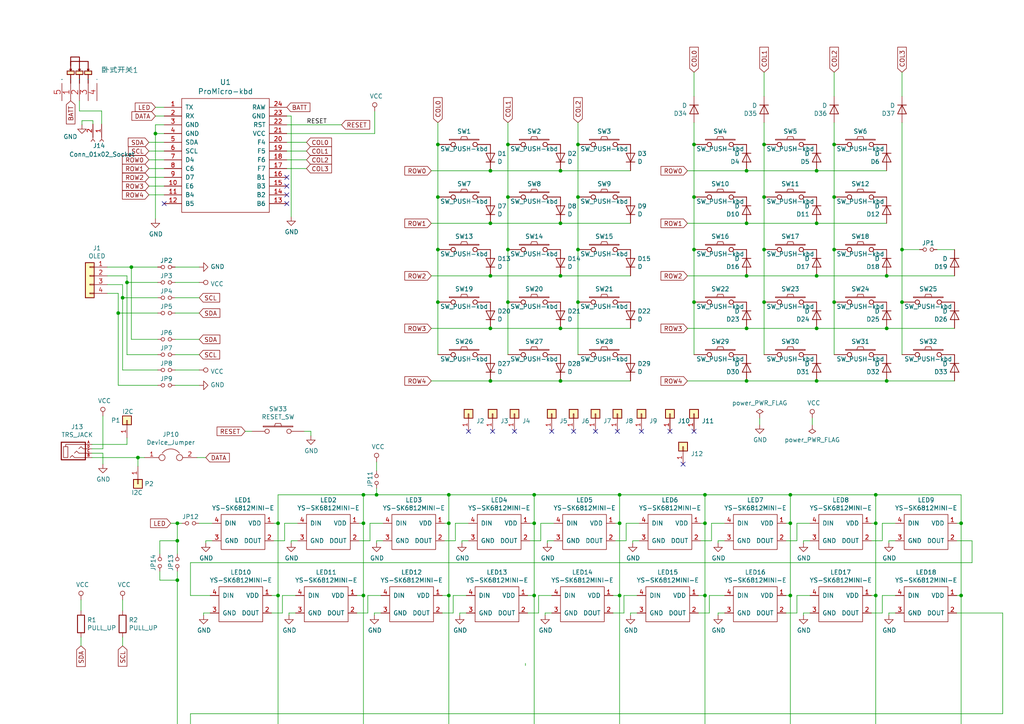
<source format=kicad_sch>
(kicad_sch (version 20231120) (generator "eeschema") (generator_version "8.0")
  (paper "A4")
  (junction (at 179.705 143.51))
  (junction (at 216.535 95.25))
  (junction (at 142.24 64.77))
  (junction (at 154.94 222.885))
  (junction (at 278.765 151.765))
  (junction (at 229.235 222.885))
  (junction (at 105.41 172.72))
  (junction (at 254 151.765))
  (junction (at 142.24 80.01))
  (junction (at 147.32 72.39))
  (junction (at 236.855 64.77))
  (junction (at 216.535 64.77))
  (junction (at 80.645 151.765))
  (junction (at 216.535 80.01))
  (junction (at 80.645 172.72))
  (junction (at 154.94 143.51))
  (junction (at 179.705 172.72))
  (junction (at 55.245 252.73))
  (junction (at 130.175 151.765))
  (junction (at 51.435 151.765))
  (junction (at 241.935 72.39))
  (junction (at 204.47 143.51))
  (junction (at 221.615 87.63))
  (junction (at 179.705 151.765))
  (junction (at 45.085 38.735))
  (junction (at 241.935 57.15))
  (junction (at 167.64 41.91))
  (junction (at 254 172.72))
  (junction (at 127 41.91))
  (junction (at 154.94 151.765))
  (junction (at 105.41 151.765))
  (junction (at 229.235 172.72))
  (junction (at 167.64 57.15))
  (junction (at 278.765 212.725))
  (junction (at 51.435 156.845))
  (junction (at 204.47 222.885))
  (junction (at 229.235 151.765))
  (junction (at 229.235 143.51))
  (junction (at 221.615 41.91))
  (junction (at 162.56 80.01))
  (junction (at 236.855 49.53))
  (junction (at 147.32 57.15))
  (junction (at 257.175 110.49))
  (junction (at 147.32 87.63))
  (junction (at 142.24 95.25))
  (junction (at 236.855 110.49))
  (junction (at 162.56 95.25))
  (junction (at 216.535 49.53))
  (junction (at 241.935 87.63))
  (junction (at 261.62 87.63))
  (junction (at 221.615 72.39))
  (junction (at 162.56 49.53))
  (junction (at 301.625 212.725))
  (junction (at 204.47 151.765))
  (junction (at 142.24 49.53))
  (junction (at 204.47 172.72))
  (junction (at 201.295 72.39))
  (junction (at 257.175 95.25))
  (junction (at 236.855 95.25))
  (junction (at 179.705 222.885))
  (junction (at 167.64 72.39))
  (junction (at 261.62 72.39))
  (junction (at 257.175 80.01))
  (junction (at 254 143.51))
  (junction (at 36.83 81.915))
  (junction (at 127 57.15))
  (junction (at 254 222.885))
  (junction (at 236.855 80.01))
  (junction (at 105.41 143.51))
  (junction (at 51.435 168.275))
  (junction (at 154.94 172.72))
  (junction (at 241.935 41.91))
  (junction (at 221.615 57.15))
  (junction (at 201.295 41.91))
  (junction (at 34.29 90.805))
  (junction (at 162.56 64.77))
  (junction (at 130.175 143.51))
  (junction (at 105.41 222.885))
  (junction (at 167.64 87.63))
  (junction (at 278.765 172.72))
  (junction (at 147.32 41.91))
  (junction (at 216.535 110.49))
  (junction (at 201.295 57.15))
  (junction (at 142.24 110.49))
  (junction (at 109.22 143.51))
  (junction (at 201.295 87.63))
  (junction (at 80.645 222.885))
  (junction (at 162.56 110.49))
  (junction (at 38.1 77.47))
  (junction (at 130.175 172.72))
  (junction (at 35.56 86.36))
  (junction (at 127 87.63))
  (junction (at 127 72.39))
  (junction (at 40.005 132.715))
  (junction (at 130.175 222.885))
  (no_connect (at 160.02 125.095))
  (no_connect (at 83.185 56.515))
  (no_connect (at 142.875 125.095))
  (no_connect (at 166.37 125.095))
  (no_connect (at 135.89 125.095))
  (no_connect (at 179.07 125.095))
  (no_connect (at 83.185 53.975))
  (no_connect (at 83.185 59.055))
  (no_connect (at 172.72 125.095))
  (no_connect (at 198.12 134.62))
  (no_connect (at 201.295 125.095))
  (no_connect (at 194.31 125.095))
  (no_connect (at 252.73 257.81))
  (no_connect (at 186.055 125.095))
  (no_connect (at 83.185 51.435))
  (no_connect (at 47.625 59.055))
  (no_connect (at 149.225 125.095))
  (wire (pts (xy 36.83 80.01) (xy 36.83 81.915)))
  (wire (pts (xy 280.035 222.885) (xy 282.575 222.885)))
  (wire (pts (xy 160.655 156.845) (xy 158.75 156.845)))
  (wire (pts (xy 103.505 257.81) (xy 106.68 257.81)))
  (wire (pts (xy 125.095 80.01) (xy 142.24 80.01)))
  (wire (pts (xy 29.4894 32.1818) (xy 29.4894 35.9918)))
  (wire (pts (xy 233.045 177.8) (xy 233.045 178.435)))
  (wire (pts (xy 38.1 77.47) (xy 38.1 98.425)))
  (wire (pts (xy 81.915 222.885) (xy 85.725 222.885)))
  (wire (pts (xy 158.115 227.965) (xy 158.115 228.6)))
  (wire (pts (xy 106.68 227.965) (xy 106.68 222.885)))
  (wire (pts (xy 271.78 72.39) (xy 276.86 72.39)))
  (wire (pts (xy 43.18 48.895) (xy 47.625 48.895)))
  (wire (pts (xy 236.855 110.49) (xy 257.175 110.49)))
  (wire (pts (xy 167.64 57.15) (xy 167.64 72.39)))
  (wire (pts (xy 142.24 49.53) (xy 162.56 49.53)))
  (wire (pts (xy 210.185 252.73) (xy 205.74 252.73)))
  (wire (pts (xy 277.495 227.965) (xy 280.035 227.965)))
  (wire (pts (xy 35.56 177.165) (xy 35.56 173.99)))
  (wire (pts (xy 55.245 240.665) (xy 55.245 252.73)))
  (wire (pts (xy 26.9494 35.0012) (xy 26.9494 35.9918)))
  (wire (pts (xy 180.975 177.8) (xy 180.975 172.72)))
  (wire (pts (xy 78.74 227.965) (xy 81.915 227.965)))
  (wire (pts (xy 180.975 172.72) (xy 184.785 172.72)))
  (wire (pts (xy 257.81 156.845) (xy 257.81 157.48)))
  (wire (pts (xy 103.505 172.72) (xy 105.41 172.72)))
  (wire (pts (xy 142.24 110.49) (xy 125.095 110.49)))
  (wire (pts (xy 156.21 227.965) (xy 156.21 222.885)))
  (wire (pts (xy 254 222.885) (xy 252.73 222.885)))
  (wire (pts (xy 154.94 143.51) (xy 179.705 143.51)))
  (wire (pts (xy 106.68 222.885) (xy 110.49 222.885)))
  (wire (pts (xy 51.435 252.73) (xy 55.245 252.73)))
  (wire (pts (xy 210.185 257.81) (xy 208.28 257.81)))
  (wire (pts (xy 147.32 35.56) (xy 147.32 41.91)))
  (wire (pts (xy 231.14 177.8) (xy 231.14 172.72)))
  (wire (pts (xy 177.8 222.885) (xy 179.705 222.885)))
  (wire (pts (xy 234.95 257.81) (xy 233.045 257.81)))
  (wire (pts (xy 261.62 87.63) (xy 261.62 102.87)))
  (wire (pts (xy 132.08 156.845) (xy 132.08 151.765)))
  (wire (pts (xy 108.585 257.81) (xy 108.585 258.445)))
  (wire (pts (xy 109.22 156.845) (xy 109.22 157.48)))
  (wire (pts (xy 50.8 77.47) (xy 57.785 77.47)))
  (wire (pts (xy 254 222.885) (xy 254 252.73)))
  (wire (pts (xy 290.83 207.01) (xy 55.245 207.01)))
  (wire (pts (xy 59.69 156.845) (xy 59.69 157.48)))
  (wire (pts (xy 167.64 87.63) (xy 167.64 102.87)))
  (wire (pts (xy 162.56 64.77) (xy 182.88 64.77)))
  (wire (pts (xy 241.935 35.56) (xy 241.935 41.91)))
  (wire (pts (xy 50.8 86.36) (xy 57.785 86.36)))
  (wire (pts (xy 221.615 72.39) (xy 221.615 87.63)))
  (wire (pts (xy 257.81 177.8) (xy 257.81 178.435)))
  (wire (pts (xy 60.96 227.965) (xy 59.055 227.965)))
  (wire (pts (xy 78.74 222.885) (xy 80.645 222.885)))
  (wire (pts (xy 43.18 53.975) (xy 47.625 53.975)))
  (wire (pts (xy 178.435 156.845) (xy 181.61 156.845)))
  (wire (pts (xy 162.56 95.25) (xy 182.88 95.25)))
  (wire (pts (xy 234.95 156.845) (xy 233.045 156.845)))
  (wire (pts (xy 109.22 136.525) (xy 109.22 133.985)))
  (wire (pts (xy 160.02 257.81) (xy 158.115 257.81)))
  (wire (pts (xy 233.045 257.81) (xy 233.045 258.445)))
  (wire (pts (xy 82.55 156.845) (xy 82.55 151.765)))
  (wire (pts (xy 241.935 102.87) (xy 241.935 87.63)))
  (wire (pts (xy 255.905 151.765) (xy 259.715 151.765)))
  (wire (pts (xy 83.185 46.355) (xy 88.9 46.355)))
  (wire (pts (xy 31.115 80.01) (xy 36.83 80.01)))
  (wire (pts (xy 210.185 172.72) (xy 205.74 172.72)))
  (wire (pts (xy 241.935 41.91) (xy 241.935 57.15)))
  (wire (pts (xy 184.785 177.8) (xy 182.88 177.8)))
  (wire (pts (xy 278.765 172.72) (xy 278.765 212.725)))
  (wire (pts (xy 229.235 172.72) (xy 227.965 172.72)))
  (wire (pts (xy 177.8 227.965) (xy 180.975 227.965)))
  (wire (pts (xy 181.61 156.845) (xy 181.61 151.765)))
  (wire (pts (xy 227.965 177.8) (xy 231.14 177.8)))
  (wire (pts (xy 61.595 156.845) (xy 59.69 156.845)))
  (wire (pts (xy 160.02 177.8) (xy 158.115 177.8)))
  (wire (pts (xy 81.915 257.81) (xy 81.915 252.73)))
  (wire (pts (xy 82.55 151.765) (xy 86.36 151.765)))
  (wire (pts (xy 199.39 110.49) (xy 216.535 110.49)))
  (wire (pts (xy 104.14 156.845) (xy 107.315 156.845)))
  (wire (pts (xy 300.355 227.965) (xy 303.53 227.965)))
  (wire (pts (xy 135.255 172.72) (xy 131.445 172.72)))
  (wire (pts (xy 257.175 110.49) (xy 276.86 110.49)))
  (wire (pts (xy 278.765 222.885) (xy 277.495 222.885)))
  (wire (pts (xy 46.355 165.735) (xy 46.355 168.275)))
  (wire (pts (xy 105.41 172.72) (xy 105.41 222.885)))
  (wire (pts (xy 204.47 222.885) (xy 204.47 252.73)))
  (wire (pts (xy 208.28 156.845) (xy 208.28 157.48)))
  (wire (pts (xy 47.625 51.435) (xy 43.18 51.435)))
  (wire (pts (xy 280.035 227.965) (xy 280.035 222.885)))
  (wire (pts (xy 135.255 257.81) (xy 133.35 257.81)))
  (wire (pts (xy 204.47 252.73) (xy 202.565 252.73)))
  (wire (pts (xy 231.14 227.965) (xy 231.14 222.885)))
  (wire (pts (xy 179.705 151.765) (xy 179.705 172.72)))
  (wire (pts (xy 301.625 212.725) (xy 301.625 222.885)))
  (wire (pts (xy 208.28 177.8) (xy 208.28 178.435)))
  (wire (pts (xy 50.8 98.425) (xy 57.785 98.425)))
  (wire (pts (xy 162.56 110.49) (xy 182.88 110.49)))
  (wire (pts (xy 34.29 90.805) (xy 45.72 90.805)))
  (wire (pts (xy 204.47 143.51) (xy 204.47 151.765)))
  (wire (pts (xy 326.39 227.965) (xy 326.39 240.665)))
  (wire (pts (xy 79.375 151.765) (xy 80.645 151.765)))
  (wire (pts (xy 59.055 227.965) (xy 59.055 228.6)))
  (wire (pts (xy 278.765 172.72) (xy 277.495 172.72)))
  (wire (pts (xy 55.245 163.195) (xy 281.94 163.195)))
  (wire (pts (xy 201.295 87.63) (xy 201.295 102.87)))
  (wire (pts (xy 128.905 156.845) (xy 132.08 156.845)))
  (wire (pts (xy 158.115 177.8) (xy 158.115 178.435)))
  (wire (pts (xy 257.175 95.25) (xy 276.86 95.25)))
  (wire (pts (xy 103.505 252.73) (xy 105.41 252.73)))
  (wire (pts (xy 183.515 156.845) (xy 183.515 157.48)))
  (wire (pts (xy 71.12 125.095) (xy 73.025 125.095)))
  (wire (pts (xy 227.965 156.845) (xy 231.14 156.845)))
  (wire (pts (xy 153.67 151.765) (xy 154.94 151.765)))
  (wire (pts (xy 127 57.15) (xy 127 72.39)))
  (wire (pts (xy 152.4 192.405) (xy 152.4 193.04)))
  (wire (pts (xy 208.28 227.965) (xy 208.28 228.6)))
  (wire (pts (xy 241.935 57.15) (xy 241.935 72.39)))
  (wire (pts (xy 303.53 222.885) (xy 307.34 222.885)))
  (wire (pts (xy 133.35 257.81) (xy 133.35 258.445)))
  (wire (pts (xy 278.765 151.765) (xy 278.765 172.72)))
  (wire (pts (xy 241.935 72.39) (xy 241.935 87.63)))
  (wire (pts (xy 106.68 252.73) (xy 110.49 252.73)))
  (wire (pts (xy 201.295 41.91) (xy 201.295 57.15)))
  (wire (pts (xy 46.355 160.655) (xy 46.355 156.845)))
  (wire (pts (xy 236.855 80.01) (xy 257.175 80.01)))
  (wire (pts (xy 83.82 227.965) (xy 83.82 228.6)))
  (wire (pts (xy 255.905 156.845) (xy 255.905 151.765)))
  (wire (pts (xy 182.88 177.8) (xy 182.88 178.435)))
  (wire (pts (xy 180.975 222.885) (xy 184.785 222.885)))
  (wire (pts (xy 106.68 177.8) (xy 106.68 172.72)))
  (wire (pts (xy 277.495 156.845) (xy 281.94 156.845)))
  (wire (pts (xy 221.615 41.91) (xy 221.615 57.15)))
  (wire (pts (xy 156.21 222.885) (xy 160.02 222.885)))
  (wire (pts (xy 132.08 151.765) (xy 135.89 151.765)))
  (wire (pts (xy 109.22 143.51) (xy 130.175 143.51)))
  (wire (pts (xy 201.295 72.39) (xy 201.295 87.63)))
  (wire (pts (xy 83.82 177.8) (xy 83.82 178.435)))
  (wire (pts (xy 104.14 151.765) (xy 105.41 151.765)))
  (wire (pts (xy 45.085 33.655) (xy 47.625 33.655)))
  (wire (pts (xy 55.245 172.72) (xy 60.96 172.72)))
  (wire (pts (xy 252.73 177.8) (xy 255.905 177.8)))
  (wire (pts (xy 147.32 41.91) (xy 147.32 57.15)))
  (wire (pts (xy 80.645 172.72) (xy 80.645 222.885)))
  (wire (pts (xy 255.905 222.885) (xy 259.715 222.885)))
  (wire (pts (xy 103.505 177.8) (xy 106.68 177.8)))
  (wire (pts (xy 179.705 172.72) (xy 179.705 222.885)))
  (wire (pts (xy 326.39 212.725) (xy 326.39 222.885)))
  (wire (pts (xy 282.575 227.965) (xy 280.67 227.965)))
  (wire (pts (xy 83.185 48.895) (xy 88.9 48.895)))
  (wire (pts (xy 229.235 151.765) (xy 229.235 172.72)))
  (wire (pts (xy 125.095 49.53) (xy 142.24 49.53)))
  (wire (pts (xy 156.845 151.765) (xy 160.655 151.765)))
  (wire (pts (xy 156.845 156.845) (xy 156.845 151.765)))
  (wire (pts (xy 266.7 72.39) (xy 261.62 72.39)))
  (wire (pts (xy 88.265 125.095) (xy 90.17 125.095)))
  (wire (pts (xy 182.88 227.965) (xy 182.88 228.6)))
  (wire (pts (xy 60.96 257.81) (xy 59.055 257.81)))
  (wire (pts (xy 47.625 56.515) (xy 43.18 56.515)))
  (wire (pts (xy 130.175 222.885) (xy 130.175 252.73)))
  (wire (pts (xy 23.495 184.785) (xy 23.495 187.325)))
  (wire (pts (xy 83.82 257.81) (xy 83.82 258.445)))
  (wire (pts (xy 180.975 257.81) (xy 180.975 252.73)))
  (wire (pts (xy 229.235 222.885) (xy 227.965 222.885)))
  (wire (pts (xy 261.62 72.39) (xy 261.62 87.63)))
  (wire (pts (xy 303.53 227.965) (xy 303.53 222.885)))
  (wire (pts (xy 177.8 177.8) (xy 180.975 177.8)))
  (wire (pts (xy 156.21 172.72) (xy 160.02 172.72)))
  (wire (pts (xy 83.185 33.655) (xy 84.455 33.655)))
  (wire (pts (xy 205.74 252.73) (xy 205.74 257.81)))
  (wire (pts (xy 257.81 227.965) (xy 257.81 228.6)))
  (wire (pts (xy 81.915 252.73) (xy 85.725 252.73)))
  (wire (pts (xy 179.705 143.51) (xy 179.705 151.765)))
  (wire (pts (xy 135.255 227.965) (xy 133.35 227.965)))
  (wire (pts (xy 204.47 143.51) (xy 229.235 143.51)))
  (wire (pts (xy 241.935 27.94) (xy 241.935 20.955)))
  (wire (pts (xy 81.915 177.8) (xy 81.915 172.72)))
  (wire (pts (xy 277.495 151.765) (xy 278.765 151.765)))
  (wire (pts (xy 80.645 143.51) (xy 80.645 151.765)))
  (wire (pts (xy 131.445 172.72) (xy 131.445 177.8)))
  (wire (pts (xy 51.435 165.735) (xy 51.435 168.275)))
  (wire (pts (xy 231.14 151.765) (xy 234.95 151.765)))
  (wire (pts (xy 259.715 177.8) (xy 257.81 177.8)))
  (wire (pts (xy 83.185 36.195) (xy 99.06 36.195)))
  (wire (pts (xy 127 41.91) (xy 127 57.15)))
  (wire (pts (xy 26.67 131.445) (xy 29.845 131.445)))
  (wire (pts (xy 153.035 252.73) (xy 154.94 252.73)))
  (wire (pts (xy 130.175 143.51) (xy 154.94 143.51)))
  (wire (pts (xy 31.115 85.09) (xy 34.29 85.09)))
  (wire (pts (xy 259.715 156.845) (xy 257.81 156.845)))
  (wire (pts (xy 162.56 80.01) (xy 182.88 80.01)))
  (wire (pts (xy 34.29 85.09) (xy 34.29 90.805)))
  (wire (pts (xy 227.965 227.965) (xy 231.14 227.965)))
  (wire (pts (xy 51.435 168.275) (xy 51.435 252.73)))
  (wire (pts (xy 78.74 172.72) (xy 80.645 172.72)))
  (wire (pts (xy 227.965 257.81) (xy 230.505 257.81)))
  (wire (pts (xy 23.0378 32.1818) (xy 29.4894 32.1818)))
  (wire (pts (xy 261.62 20.955) (xy 261.62 27.94)))
  (wire (pts (xy 325.12 227.965) (xy 326.39 227.965)))
  (wire (pts (xy 185.42 156.845) (xy 183.515 156.845)))
  (wire (pts (xy 167.64 41.91) (xy 167.64 57.15)))
  (wire (pts (xy 154.94 143.51) (xy 154.94 151.765)))
  (wire (pts (xy 221.615 20.955) (xy 221.615 27.94)))
  (wire (pts (xy 35.56 86.36) (xy 45.72 86.36)))
  (wire (pts (xy 23.7744 35.0012) (xy 23.7744 36.1696)))
  (wire (pts (xy 221.615 57.15) (xy 221.615 72.39)))
  (wire (pts (xy 160.02 227.965) (xy 158.115 227.965)))
  (wire (pts (xy 78.74 177.8) (xy 81.915 177.8)))
  (wire (pts (xy 162.56 49.53) (xy 182.88 49.53)))
  (wire (pts (xy 85.725 177.8) (xy 83.82 177.8)))
  (wire (pts (xy 46.355 168.275) (xy 51.435 168.275)))
  (wire (pts (xy 80.645 151.765) (xy 80.645 172.72)))
  (wire (pts (xy 154.94 151.765) (xy 154.94 172.72)))
  (wire (pts (xy 181.61 151.765) (xy 185.42 151.765)))
  (wire (pts (xy 85.725 227.965) (xy 83.82 227.965)))
  (wire (pts (xy 142.24 80.01) (xy 162.56 80.01)))
  (wire (pts (xy 35.56 107.315) (xy 45.72 107.315)))
  (wire (pts (xy 203.2 151.765) (xy 204.47 151.765)))
  (wire (pts (xy 51.435 156.845) (xy 51.435 151.765)))
  (wire (pts (xy 153.035 257.81) (xy 156.21 257.81)))
  (wire (pts (xy 110.49 227.965) (xy 108.585 227.965)))
  (wire (pts (xy 234.95 177.8) (xy 233.045 177.8)))
  (wire (pts (xy 229.235 143.51) (xy 254 143.51)))
  (wire (pts (xy 59.055 257.81) (xy 59.055 258.445)))
  (wire (pts (xy 23.495 177.165) (xy 23.495 173.99)))
  (wire (pts (xy 201.295 57.15) (xy 201.295 72.39)))
  (wire (pts (xy 55.245 252.73) (xy 60.96 252.73)))
  (wire (pts (xy 47.625 36.195) (xy 45.085 36.195)))
  (wire (pts (xy 108.6866 38.735) (xy 83.185 38.735)))
  (wire (pts (xy 326.39 222.885) (xy 325.12 222.885)))
  (wire (pts (xy 103.505 222.885) (xy 105.41 222.885)))
  (wire (pts (xy 35.56 82.55) (xy 35.56 86.36)))
  (wire (pts (xy 40.005 135.255) (xy 40.005 132.715)))
  (wire (pts (xy 29.845 130.175) (xy 26.67 130.175)))
  (wire (pts (xy 153.035 177.8) (xy 156.21 177.8)))
  (wire (pts (xy 38.1 98.425) (xy 45.72 98.425)))
  (wire (pts (xy 167.64 72.39) (xy 167.64 87.63)))
  (wire (pts (xy 234.95 227.965) (xy 233.045 227.965)))
  (wire (pts (xy 127 35.56) (xy 127 41.91)))
  (wire (pts (xy 38.1 77.47) (xy 45.72 77.47)))
  (wire (pts (xy 43.18 46.355) (xy 47.625 46.355)))
  (wire (pts (xy 290.83 177.8) (xy 290.83 207.01)))
  (wire (pts (xy 49.53 151.765) (xy 51.435 151.765)))
  (wire (pts (xy 34.29 111.76) (xy 45.72 111.76)))
  (wire (pts (xy 307.34 227.965) (xy 305.435 227.965)))
  (wire (pts (xy 46.355 156.845) (xy 51.435 156.845)))
  (wire (pts (xy 106.68 257.81) (xy 106.68 252.73)))
  (wire (pts (xy 280.67 227.965) (xy 280.67 228.6)))
  (wire (pts (xy 158.115 257.81) (xy 158.115 258.445)))
  (wire (pts (xy 254 252.73) (xy 252.73 252.73)))
  (wire (pts (xy 31.115 77.47) (xy 38.1 77.47)))
  (wire (pts (xy 201.295 27.94) (xy 201.295 20.955)))
  (wire (pts (xy 204.47 151.765) (xy 204.47 172.72)))
  (wire (pts (xy 167.64 35.56) (xy 167.64 41.91)))
  (wire (pts (xy 205.74 177.8) (xy 202.565 177.8)))
  (wire (pts (xy 206.375 151.765) (xy 210.185 151.765)))
  (wire (pts (xy 106.68 172.72) (xy 110.49 172.72)))
  (wire (pts (xy 147.32 57.15) (xy 147.32 72.39)))
  (wire (pts (xy 108.6866 32.3088) (xy 108.6866 38.735)))
  (wire (pts (xy 84.455 156.845) (xy 84.455 157.48)))
  (wire (pts (xy 133.985 156.845) (xy 133.985 157.48)))
  (wire (pts (xy 153.035 222.885) (xy 154.94 222.885)))
  (wire (pts (xy 34.29 90.805) (xy 34.29 111.76)))
  (wire (pts (xy 229.235 143.51) (xy 229.235 151.765)))
  (wire (pts (xy 109.22 141.605) (xy 109.22 143.51)))
  (wire (pts (xy 43.18 41.275) (xy 47.625 41.275)))
  (wire (pts (xy 55.245 222.885) (xy 60.96 222.885)))
  (wire (pts (xy 55.245 207.01) (xy 55.245 222.885)))
  (wire (pts (xy 231.14 222.885) (xy 234.95 222.885)))
  (wire (pts (xy 23.0378 29.2354) (xy 23.0378 32.1818)))
  (wire (pts (xy 152.4 272.415) (xy 152.4 273.05)))
  (wire (pts (xy 36.83 81.915) (xy 45.72 81.915)))
  (wire (pts (xy 35.56 86.36) (xy 35.56 107.315)))
  (wire (pts (xy 277.495 177.8) (xy 290.83 177.8)))
  (wire (pts (xy 127 72.39) (xy 127 87.63)))
  (wire (pts (xy 47.625 38.735) (xy 45.085 38.735)))
  (wire (pts (xy 57.785 90.805) (xy 50.8 90.805)))
  (wire (pts (xy 210.185 156.845) (xy 208.28 156.845)))
  (wire (pts (xy 127 87.63) (xy 127 102.87)))
  (wire (pts (xy 105.41 222.885) (xy 105.41 252.73)))
  (wire (pts (xy 107.315 151.765) (xy 111.125 151.765)))
  (wire (pts (xy 36.83 81.915) (xy 36.83 102.87)))
  (wire (pts (xy 57.785 151.765) (xy 61.595 151.765)))
  (wire (pts (xy 78.74 252.73) (xy 80.645 252.73)))
  (wire (pts (xy 135.255 177.8) (xy 133.35 177.8)))
  (wire (pts (xy 252.73 227.965) (xy 255.905 227.965)))
  (wire (pts (xy 203.2 156.845) (xy 206.375 156.845)))
  (wire (pts (xy 125.095 64.77) (xy 142.24 64.77)))
  (wire (pts (xy 204.47 172.72) (xy 202.565 172.72)))
  (wire (pts (xy 31.115 82.55) (xy 35.56 82.55)))
  (wire (pts (xy 233.045 227.965) (xy 233.045 228.6)))
  (wire (pts (xy 131.445 252.73) (xy 131.445 257.81)))
  (wire (pts (xy 208.28 257.81) (xy 208.28 258.445)))
  (wire (pts (xy 90.17 125.095) (xy 90.17 126.365)))
  (wire (pts (xy 184.785 257.81) (xy 182.88 257.81)))
  (wire (pts (xy 57.785 102.87) (xy 50.8 102.87)))
  (wire (pts (xy 45.085 38.735) (xy 45.085 63.5)))
  (wire (pts (xy 229.235 222.885) (xy 229.235 252.73)))
  (wire (pts (xy 205.74 172.72) (xy 205.74 177.8)))
  (wire (pts (xy 36.83 102.87) (xy 45.72 102.87)))
  (wire (pts (xy 180.975 252.73) (xy 184.785 252.73)))
  (wire (pts (xy 259.715 227.965) (xy 257.81 227.965)))
  (wire (pts (xy 45.085 36.195) (xy 45.085 38.735)))
  (wire (pts (xy 210.185 177.8) (xy 208.28 177.8)))
  (wire (pts (xy 199.39 95.25) (xy 216.535 95.25)))
  (wire (pts (xy 108.585 227.965) (xy 108.585 228.6)))
  (wire (pts (xy 57.785 81.915) (xy 50.8 81.915)))
  (wire (pts (xy 105.41 151.765) (xy 105.41 172.72)))
  (wire (pts (xy 257.175 80.01) (xy 276.86 80.01)))
  (wire (pts (xy 108.585 177.8) (xy 108.585 178.435)))
  (wire (pts (xy 83.185 43.815) (xy 88.9 43.815)))
  (wire (pts (xy 26.67 128.905) (xy 36.83 128.905)))
  (wire (pts (xy 110.49 177.8) (xy 108.585 177.8)))
  (wire (pts (xy 252.73 151.765) (xy 254 151.765)))
  (wire (pts (xy 86.36 156.845) (xy 84.455 156.845)))
  (wire (pts (xy 254 172.72) (xy 252.73 172.72)))
  (wire (pts (xy 254 172.72) (xy 254 222.885)))
  (wire (pts (xy 130.175 172.72) (xy 130.175 222.885)))
  (wire (pts (xy 105.41 143.51) (xy 109.22 143.51)))
  (wire (pts (xy 255.905 177.8) (xy 255.905 172.72)))
  (wire (pts (xy 255.905 227.965) (xy 255.905 222.885)))
  (wire (pts (xy 80.645 143.51) (xy 105.41 143.51)))
  (wire (pts (xy 205.74 227.965) (xy 202.565 227.965)))
  (wire (pts (xy 220.345 123.19) (xy 220.345 121.285)))
  (wire (pts (xy 59.055 177.8) (xy 59.055 178.435)))
  (wire (pts (xy 177.8 252.73) (xy 179.705 252.73)))
  (wire (pts (xy 85.725 257.81) (xy 83.82 257.81)))
  (wire (pts (xy 36.83 128.905) (xy 36.83 127)))
  (wire (pts (xy 177.8 172.72) (xy 179.705 172.72)))
  (wire (pts (xy 255.905 172.72) (xy 259.715 172.72)))
  (wire (pts (xy 216.535 49.53) (xy 236.855 49.53)))
  (wire (pts (xy 278.765 212.725) (xy 278.765 222.885)))
  (wire (pts (xy 235.585 121.285) (xy 235.585 123.19)))
  (wire (pts (xy 131.445 177.8) (xy 128.27 177.8)))
  (wire (pts (xy 142.24 95.25) (xy 162.56 95.25)))
  (wire (pts (xy 205.74 257.81) (xy 202.565 257.81)))
  (wire (pts (xy 29.845 120.65) (xy 29.845 130.175)))
  (wire (pts (xy 133.35 227.965) (xy 133.35 228.6)))
  (wire (pts (xy 184.785 227.965) (xy 182.88 227.965)))
  (wire (pts (xy 135.255 252.73) (xy 131.445 252.73)))
  (wire (pts (xy 231.14 156.845) (xy 231.14 151.765)))
  (wire (pts (xy 107.315 156.845) (xy 107.315 151.765)))
  (wire (pts (xy 131.445 257.81) (xy 128.27 257.81)))
  (wire (pts (xy 40.005 132.715) (xy 41.91 132.715)))
  (wire (pts (xy 142.24 64.77) (xy 162.56 64.77)))
  (wire (pts (xy 252.73 156.845) (xy 255.905 156.845)))
  (wire (pts (xy 130.175 252.73) (xy 128.27 252.73)))
  (wire (pts (xy 152.4 242.57) (xy 152.4 243.205)))
  (wire (pts (xy 23.7744 35.0012) (xy 26.9494 35.0012)))
  (wire (pts (xy 261.62 35.56) (xy 261.62 72.39)))
  (wire (pts (xy 305.435 227.965) (xy 305.435 228.6)))
  (wire (pts (xy 236.855 64.77) (xy 257.175 64.77)))
  (wire (pts (xy 50.8 107.315) (xy 57.785 107.315)))
  (wire (pts (xy 131.445 227.965) (xy 128.27 227.965)))
  (wire (pts (xy 179.705 222.885) (xy 179.705 252.73)))
  (wire (pts (xy 51.435 151.765) (xy 52.705 151.765)))
  (wire (pts (xy 110.49 257.81) (xy 108.585 257.81)))
  (wire (pts (xy 179.705 143.51) (xy 204.47 143.51)))
  (wire (pts (xy 234.95 252.73) (xy 230.505 252.73)))
  (wire (pts (xy 204.47 222.885) (xy 202.565 222.885)))
  (wire (pts (xy 83.185 41.275) (xy 88.9 41.275)))
  (wire (pts (xy 301.625 222.885) (xy 300.355 222.885)))
  (wire (pts (xy 79.375 156.845) (xy 82.55 156.845)))
  (wire (pts (xy 281.94 156.845) (xy 281.94 163.195)))
  (wire (pts (xy 142.24 110.49) (xy 162.56 110.49)))
  (wire (pts (xy 210.185 222.885) (xy 205.74 222.885)))
  (wire (pts (xy 254 143.51) (xy 254 151.765)))
  (wire (pts (xy 130.175 143.51) (xy 130.175 151.765)))
  (wire (pts (xy 233.045 156.845) (xy 233.045 157.48)))
  (wire (pts (xy 40.005 132.715) (xy 26.67 132.715)))
  (wire (pts (xy 227.965 151.765) (xy 229.235 151.765)))
  (wire (pts (xy 236.855 95.25) (xy 257.175 95.25)))
  (wire (pts (xy 206.375 156.845) (xy 206.375 151.765)))
  (wire (pts (xy 55.245 163.195) (xy 55.245 172.72)))
  (wire (pts (xy 177.8 257.81) (xy 180.975 257.81)))
  (wire (pts (xy 205.74 222.885) (xy 205.74 227.965)))
  (wire (pts (xy 103.505 227.965) (xy 106.68 227.965)))
  (wire (pts (xy 57.15 132.715) (xy 59.69 132.715)))
  (wire (pts (xy 154.94 222.885) (xy 154.94 252.73)))
  (wire (pts (xy 216.535 95.25) (xy 236.855 95.25)))
  (wire (pts (xy 47.625 43.815) (xy 43.18 43.815)))
  (wire (pts (xy 130.175 151.765) (xy 130.175 172.72)))
  (wire (pts (xy 158.75 156.845) (xy 158.75 157.48)))
  (wire (pts (xy 111.125 156.845) (xy 109.22 156.845)))
  (wire (pts (xy 236.855 49.53) (xy 257.175 49.53)))
  (wire (pts (xy 216.535 110.49) (xy 236.855 110.49)))
  (wire (pts (xy 216.535 64.77) (xy 236.855 64.77)))
  (wire (pts (xy 254 143.51) (xy 278.765 143.51)))
  (wire (pts (xy 125.095 95.25) (xy 142.24 95.25)))
  (wire (pts (xy 154.94 172.72) (xy 154.94 222.885)))
  (wire (pts (xy 204.47 172.72) (xy 204.47 222.885)))
  (wire (pts (xy 81.915 227.965) (xy 81.915 222.885)))
  (wire (pts (xy 210.185 227.965) (xy 208.28 227.965)))
  (wire (pts (xy 45.085 31.115) (xy 47.625 31.115)))
  (wire (pts (xy 231.14 172.72) (xy 234.95 172.72)))
  (wire (pts (xy 254 151.765) (xy 254 172.72)))
  (wire (pts (xy 153.035 227.965) (xy 156.21 227.965)))
  (wire (pts (xy 80.645 222.885) (xy 80.645 252.73)))
  (wire (pts (xy 182.88 257.81) (xy 182.88 258.445)))
  (wire (pts (xy 278.765 212.725) (xy 301.625 212.725)))
  (wire (pts (xy 55.245 240.665) (xy 326.39 240.665)))
  (wire (pts (xy 130.175 172.72) (xy 128.27 172.72)))
  (wire (pts (xy 29.845 131.445) (xy 29.845 134.62)))
  (wire (pts (xy 156.21 257.81) (xy 156.21 252.73)))
  (wire (pts (xy 135.255 222.885) (xy 131.445 222.885)))
  (wire (pts (xy 199.39 49.53) (xy 216.535 49.53)))
  (wire (pts (xy 229.235 172.72) (xy 229.235 222.885)))
  (wire (pts (xy 131.445 222.885) (xy 131.445 227.965)))
  (wire (pts (xy 153.67 156.845) (xy 156.845 156.845)))
  (wire (pts (xy 156.21 177.8) (xy 156.21 172.72)))
  (wire (pts (xy 301.625 212.725) (xy 326.39 212.725)))
  (wire (pts (xy 178.435 151.765) (xy 179.705 151.765)))
  (wire (pts (xy 201.295 35.56) (xy 201.295 41.91)))
  (wire (pts (xy 153.035 172.72) (xy 154.94 172.72)))
  (wire (pts (xy 199.39 80.01) (xy 216.535 80.01)))
  (wire (pts (xy 60.96 177.8) (xy 59.055 177.8)))
  (wire (pts (xy 147.32 72.39) (xy 147.32 87.63)))
  (wire (pts (xy 81.915 172.72) (xy 85.725 172.72)))
  (wire (pts (xy 221.615 35.56) (xy 221.615 41.91)))
  (wire (pts (xy 135.89 156.845) (xy 133.985 156.845)))
  (wire (pts (xy 221.615 87.63) (xy 221.615 102.87)))
  (wire (pts (xy 35.56 184.785) (xy 35.56 187.325)))
  (wire (pts (xy 229.235 252.73) (xy 227.965 252.73)))
  (wire (pts (xy 278.765 143.51) (xy 278.765 151.765)))
  (wire (pts (xy 130.175 222.885) (xy 128.27 222.885)))
  (wire (pts (xy 216.535 80.01) (xy 236.855 80.01)))
  (wire (pts (xy 156.21 252.73) (xy 160.02 252.73)))
  (wire (pts (xy 128.905 151.765) (xy 130.175 151.765)))
  (wire (pts (xy 180.975 227.965) (xy 180.975 222.885)))
  (wire (pts (xy 51.435 160.655) (xy 51.435 156.845)))
  (wire (pts (xy 50.8 111.76) (xy 57.785 111.76)))
  (wire (pts (xy 199.39 64.77) (xy 216.535 64.77)))
  (wire (pts (xy 84.455 33.655) (xy 84.455 62.865)))
  (wire (pts (xy 105.41 151.765) (xy 105.41 143.51)))
  (wire (pts (xy 230.505 257.81) (xy 230.505 252.73)))
  (wire (pts (xy 78.74 257.81) (xy 81.915 257.81)))
  (wire (pts (xy 133.35 177.8) (xy 133.35 178.435)))
  (wire (pts (xy 147.32 87.63) (xy 147.32 102.87)))
  (label "RESET" (at 88.9 36.195 0))
  (global_label "ROW2" (shape input) (at 125.095 80.01 180) (property "Intersheetrefs" "${INTERSHEET_REFS}" (effects (hide yes))))
  (global_label "ROW1" (shape input) (at 125.095 64.77 180) (property "Intersheetrefs" "${INTERSHEET_REFS}" (effects (hide yes))))
  (global_label "COL2" (shape input) (at 167.64 35.56 90) (property "Intersheetrefs" "${INTERSHEET_REFS}" (effects (hide yes))))
  (global_label "SDA" (shape input) (at 23.495 187.325 270) (property "Intersheetrefs" "${INTERSHEET_REFS}" (effects (hide yes))))
  (global_label "COL1" (shape input) (at 147.32 35.56 90) (property "Intersheetrefs" "${INTERSHEET_REFS}" (effects (hide yes))))
  (global_label "COL2" (shape input) (at 88.9 46.355 0) (property "Intersheetrefs" "${INTERSHEET_REFS}" (effects (hide yes))))
  (global_label "ROW3" (shape input) (at 125.095 95.25 180) (property "Intersheetrefs" "${INTERSHEET_REFS}" (effects (hide yes))))
  (global_label "ROW2" (shape input) (at 199.39 80.01 180) (property "Intersheetrefs" "${INTERSHEET_REFS}" (effects (hide yes))))
  (global_label "COL3" (shape input) (at 261.62 20.955 90) (property "Intersheetrefs" "${INTERSHEET_REFS}" (effects (hide yes))))
  (global_label "COL0" (shape input) (at 127 35.56 90) (property "Intersheetrefs" "${INTERSHEET_REFS}" (effects (hide yes))))
  (global_label "ROW0" (shape input) (at 199.39 49.53 180) (property "Intersheetrefs" "${INTERSHEET_REFS}" (effects (hide yes))))
  (global_label "ROW2" (shape input) (at 43.18 51.435 180) (property "Intersheetrefs" "${INTERSHEET_REFS}" (effects (hide yes))))
  (global_label "SDA" (shape input) (at 43.18 41.275 180) (property "Intersheetrefs" "${INTERSHEET_REFS}" (effects (hide yes))))
  (global_label "ROW4" (shape input) (at 199.39 110.49 180) (property "Intersheetrefs" "${INTERSHEET_REFS}" (effects (hide yes))))
  (global_label "SCL" (shape input) (at 43.18 43.815 180) (property "Intersheetrefs" "${INTERSHEET_REFS}" (effects (hide yes))))
  (global_label "SCL" (shape input) (at 57.785 102.87 0) (property "Intersheetrefs" "${INTERSHEET_REFS}" (effects (hide yes))))
  (global_label "ROW0" (shape input) (at 43.18 46.355 180) (property "Intersheetrefs" "${INTERSHEET_REFS}" (effects (hide yes))))
  (global_label "ROW0" (shape input) (at 125.095 49.53 180) (property "Intersheetrefs" "${INTERSHEET_REFS}" (effects (hide yes))))
  (global_label "RESET" (shape input) (at 99.06 36.195 0) (property "Intersheetrefs" "${INTERSHEET_REFS}" (effects (hide yes))))
  (global_label "SCL" (shape input) (at 57.785 86.36 0) (property "Intersheetrefs" "${INTERSHEET_REFS}" (effects (hide yes))))
  (global_label "ROW3" (shape input) (at 199.39 95.25 180) (property "Intersheetrefs" "${INTERSHEET_REFS}" (effects (hide yes))))
  (global_label "COL1" (shape input) (at 88.9 43.815 0) (property "Intersheetrefs" "${INTERSHEET_REFS}" (effects (hide yes))))
  (global_label "ROW1" (shape input) (at 199.39 64.77 180) (property "Intersheetrefs" "${INTERSHEET_REFS}" (effects (hide yes))))
  (global_label "SDA" (shape input) (at 57.785 98.425 0) (property "Intersheetrefs" "${INTERSHEET_REFS}" (effects (hide yes))))
  (global_label "COL2" (shape input) (at 241.935 20.955 90) (property "Intersheetrefs" "${INTERSHEET_REFS}" (effects (hide yes))))
  (global_label "SDA" (shape input) (at 57.785 90.805 0) (property "Intersheetrefs" "${INTERSHEET_REFS}" (effects (hide yes))))
  (global_label "COL1" (shape input) (at 221.615 20.955 90) (property "Intersheetrefs" "${INTERSHEET_REFS}" (effects (hide yes))))
  (global_label "LED" (shape input) (at 45.085 31.115 180) (property "Intersheetrefs" "${INTERSHEET_REFS}" (effects (hide yes))))
  (global_label "DATA" (shape input) (at 59.69 132.715 0) (property "Intersheetrefs" "${INTERSHEET_REFS}" (effects (hide yes))))
  (global_label "ROW1" (shape input) (at 43.18 48.895 180) (property "Intersheetrefs" "${INTERSHEET_REFS}" (effects (hide yes))))
  (global_label "BATT" (shape input) (at 83.185 31.115 0) (property "Intersheetrefs" "${INTERSHEET_REFS}" (effects (hide yes))))
  (global_label "LED" (shape input) (at 49.53 151.765 180) (property "Intersheetrefs" "${INTERSHEET_REFS}" (effects (hide yes))))
  (global_label "COL3" (shape input) (at 88.9 48.895 0) (property "Intersheetrefs" "${INTERSHEET_REFS}" (effects (hide yes))))
  (global_label "ROW4" (shape input) (at 43.18 56.515 180) (property "Intersheetrefs" "${INTERSHEET_REFS}" (effects (hide yes))))
  (global_label "ROW3" (shape input) (at 43.18 53.975 180) (property "Intersheetrefs" "${INTERSHEET_REFS}" (effects (hide yes))))
  (global_label "SCL" (shape input) (at 35.56 187.325 270) (property "Intersheetrefs" "${INTERSHEET_REFS}" (effects (hide yes))))
  (global_label "ROW4" (shape input) (at 125.095 110.49 180) (property "Intersheetrefs" "${INTERSHEET_REFS}" (effects (hide yes))))
  (global_label "DATA" (shape input) (at 45.085 33.655 180) (property "Intersheetrefs" "${INTERSHEET_REFS}" (effects (hide yes))))
  (global_label "COL0" (shape input) (at 88.9 41.275 0) (property "Intersheetrefs" "${INTERSHEET_REFS}" (effects (hide yes))))
  (global_label "BATT" (shape input) (at 20.4978 29.2354 270) (property "Intersheetrefs" "${INTERSHEET_REFS}" (effects (hide yes))))
  (global_label "COL0" (shape input) (at 201.295 20.955 90) (property "Intersheetrefs" "${INTERSHEET_REFS}" (effects (hide yes))))
  (global_label "RESET" (shape input) (at 71.12 125.095 180) (property "Intersheetrefs" "${INTERSHEET_REFS}" (effects (hide yes))))
  (symbol (lib_id "keyball61_Left-rescue:YS-SK6812MINI-E-ball_sensor-cache") (at 70.485 154.305 0) (mirror y) (unit 1)
    (property "Reference" "LED1" (at 70.485 145.034 0))
    (property "Value" "YS-SK6812MINI-E" (at 70.485 147.3454 0))
    (property "Footprint" "keyball_right:YS-SK6812MINI-Keyball-TL" (effects (hide yes)))
  )
  (symbol (lib_id "keyball61_Left-rescue:ProMicro-kbd-corne-chocolate-rescue") (at 65.405 50.165 0) (unit 1)
    (property "Reference" "U1" (at 65.405 23.8252 0) (effects (font (size 1.524 1.524))))
    (property "Value" "ProMicro-kbd" (at 65.405 26.5176 0) (effects (font (size 1.524 1.524))))
    (property "Footprint" "keyball_right:ProMicro_v2_for61" (effects (hide yes)))
  )
  (symbol (lib_id "keyball61_Left-rescue:kbd_SW_PUSH-corne-chocolate-cache") (at 80.645 125.095 0) (unit 1)
    (property "Reference" "SW33" (at 80.645 118.618 0))
    (property "Value" "RESET_SW" (at 80.645 120.9294 0))
    (property "Footprint" "switch:KEY-TH_TC-3601-5-100G" (effects (hide yes)))
  )
  (symbol (lib_id "keyball61_Left-rescue:kbd_MJ-4PP-9-corne-chocolate-cache") (at 21.59 130.81 0) (unit 1)
    (property "Reference" "J13" (at 22.3774 123.7996 0))
    (property "Value" "TRS_JACK" (at 22.3774 126.111 0))
    (property "Footprint" "Lily58-footprint:TRRS_JACK_MJ4PP9" (effects (hide yes)))
  )
  (symbol (lib_id "keyball61_Left-rescue:Connector_Generic_Conn_01x01-corne-chocolate-cache") (at 36.83 121.92 90) (unit 1)
    (property "Reference" "P1" (at 34.925 121.92 90) (effects (justify left)))
    (property "Value" "I2C" (at 38.735 119.38 90) (effects (justify left)))
    (property "Footprint" "keyball_right:1pin_conn" (effects (hide yes)))
  )
  (symbol (lib_id "keyball61_Left-rescue:Device_Jumper-corne-chocolate-cache") (at 49.53 132.715 0) (unit 1)
    (property "Reference" "JP10" (at 49.53 126.0094 0))
    (property "Value" "Device_Jumper" (at 49.53 128.3208 0))
    (property "Footprint" "keyball_right:JP025" (effects (hide yes)))
  )
  (symbol (lib_id "keyball61_Left-rescue:Device_R-corne-chocolate-cache") (at 23.495 180.975 0) (unit 1)
    (property "Reference" "R1" (at 25.273 179.8066 0) (effects (justify left)))
    (property "Value" "PULL_UP" (at 25.273 182.118 0) (effects (justify left)))
    (property "Footprint" "Resistor_SMD:R_0603_1608Metric" (effects (hide yes)))
  )
  (symbol (lib_id "keyball61_Left-rescue:Connector_Generic_Conn_01x04-corne-chocolate-cache") (at 26.035 80.01 0) (mirror y) (unit 1)
    (property "Reference" "J1" (at 28.1178 71.9582 0))
    (property "Value" "OLED" (at 28.1178 74.2696 0))
    (property "Footprint" "keyball_right:OLED" (effects (hide yes)))
  )
  (symbol (lib_id "keyball61_Left-rescue:power_GND-ball_sensor-cache") (at 90.17 126.365 0) (unit 1)
    (property "Reference" "#PWR011" (effects (hide yes)))
    (property "Value" "GND" (at 90.297 130.7592 0))
  )
  (symbol (lib_id "keyball61_Left-rescue:power_VCC-corne-chocolate-cache") (at 29.845 120.65 0) (unit 1)
    (property "Reference" "#PWR08" (effects (hide yes)))
    (property "Value" "VCC" (at 30.2768 116.2558 0))
  )
  (symbol (lib_id "keyball61_Left-rescue:power_GND-ball_sensor-cache") (at 29.845 134.62 0) (unit 1)
    (property "Reference" "#PWR013" (effects (hide yes)))
    (property "Value" "GND" (at 29.972 139.0142 0))
  )
  (symbol (lib_id "keyball61_Left-rescue:Connector_Generic_Conn_01x01-corne-chocolate-cache") (at 40.005 140.335 270) (unit 1)
    (property "Reference" "P2" (at 41.91 140.335 90) (effects (justify left)))
    (property "Value" "I2C" (at 38.1 142.875 90) (effects (justify left)))
    (property "Footprint" "keyball_right:1pin_conn" (effects (hide yes)))
  )
  (symbol (lib_id "keyball61_Left-rescue:Device_R-corne-chocolate-cache") (at 35.56 180.975 0) (unit 1)
    (property "Reference" "R2" (at 37.338 179.8066 0) (effects (justify left)))
    (property "Value" "PULL_UP" (at 37.338 182.118 0) (effects (justify left)))
    (property "Footprint" "Resistor_SMD:R_0603_1608Metric" (effects (hide yes)))
  )
  (symbol (lib_id "keyball61_Left-rescue:Device_Jumper_NO_Small-corne-chocolate-cache") (at 48.26 77.47 0) (unit 1)
    (property "Reference" "JP2" (at 48.26 75.565 0))
    (property "Value" "Device_Jumper_NO_Small" (effects (hide yes)))
    (property "Footprint" "keyball_right:Jumper" (effects (hide yes)))
  )
  (symbol (lib_id "keyball61_Left-rescue:Device_Jumper_NO_Small-corne-chocolate-cache") (at 48.26 81.915 0) (unit 1)
    (property "Reference" "JP3" (at 48.26 80.01 0))
    (property "Value" "Device_Jumper_NO_Small" (effects (hide yes)))
    (property "Footprint" "keyball_right:Jumper" (effects (hide yes)))
  )
  (symbol (lib_id "keyball61_Left-rescue:Device_Jumper_NO_Small-corne-chocolate-cache") (at 48.26 86.36 0) (unit 1)
    (property "Reference" "JP4" (at 48.26 84.455 0))
    (property "Value" "Device_Jumper_NO_Small" (effects (hide yes)))
    (property "Footprint" "keyball_right:Jumper" (effects (hide yes)))
  )
  (symbol (lib_id "keyball61_Left-rescue:Device_Jumper_NO_Small-corne-chocolate-cache") (at 48.26 90.805 0) (unit 1)
    (property "Reference" "JP5" (at 48.26 88.9 0))
    (property "Value" "Device_Jumper_NO_Small" (effects (hide yes)))
    (property "Footprint" "keyball_right:Jumper" (effects (hide yes)))
  )
  (symbol (lib_id "keyball61_Left-rescue:Device_Jumper_NO_Small-corne-chocolate-cache") (at 48.26 98.425 0) (unit 1)
    (property "Reference" "JP6" (at 48.26 96.52 0))
    (property "Value" "Device_Jumper_NO_Small" (effects (hide yes)))
    (property "Footprint" "keyball_right:Jumper" (effects (hide yes)))
  )
  (symbol (lib_id "keyball61_Left-rescue:Device_Jumper_NO_Small-corne-chocolate-cache") (at 48.26 102.87 0) (unit 1)
    (property "Reference" "JP7" (at 48.26 100.965 0))
    (property "Value" "Device_Jumper_NO_Small" (effects (hide yes)))
    (property "Footprint" "keyball_right:Jumper" (effects (hide yes)))
  )
  (symbol (lib_id "keyball61_Left-rescue:Device_Jumper_NO_Small-corne-chocolate-cache") (at 48.26 107.315 0) (unit 1)
    (property "Reference" "JP8" (at 48.26 105.41 0))
    (property "Value" "Device_Jumper_NO_Small" (effects (hide yes)))
    (property "Footprint" "keyball_right:Jumper" (effects (hide yes)))
  )
  (symbol (lib_id "keyball61_Left-rescue:Device_Jumper_NO_Small-corne-chocolate-cache") (at 48.26 111.76 0) (unit 1)
    (property "Reference" "JP9" (at 48.26 109.855 0))
    (property "Value" "Device_Jumper_NO_Small" (effects (hide yes)))
    (property "Footprint" "keyball_right:Jumper" (effects (hide yes)))
  )
  (symbol (lib_id "keyball61_Left-rescue:power_GND-ball_sensor-cache") (at 57.785 77.47 90) (unit 1)
    (property "Reference" "#PWR04" (effects (hide yes)))
    (property "Value" "GND" (at 61.0362 77.343 90) (effects (justify right)))
  )
  (symbol (lib_id "keyball61_Left-rescue:power_GND-ball_sensor-cache") (at 57.785 111.76 90) (unit 1)
    (property "Reference" "#PWR07" (effects (hide yes)))
    (property "Value" "GND" (at 61.0362 111.633 90) (effects (justify right)))
  )
  (symbol (lib_id "keyball61_Left-rescue:power_VCC-corne-chocolate-cache") (at 108.6866 32.3088 0) (unit 1)
    (property "Reference" "#PWR01" (effects (hide yes)))
    (property "Value" "VCC" (at 109.1184 27.9146 0))
  )
  (symbol (lib_id "keyball61_Left-rescue:power_GND-ball_sensor-cache") (at 45.085 63.5 0) (unit 1)
    (property "Reference" "#PWR03" (effects (hide yes)))
    (property "Value" "GND" (at 45.212 67.8942 0))
  )
  (symbol (lib_id "keyball61_Left-rescue:power_VCC-corne-chocolate-cache") (at 57.785 81.915 270) (unit 1)
    (property "Reference" "#PWR05" (effects (hide yes)))
    (property "Value" "VCC" (at 61.0362 82.3468 90) (effects (justify left)))
  )
  (symbol (lib_id "keyball61_Left-rescue:power_VCC-corne-chocolate-cache") (at 57.785 107.315 270) (unit 1)
    (property "Reference" "#PWR06" (effects (hide yes)))
    (property "Value" "VCC" (at 61.0362 107.7468 90) (effects (justify left)))
  )
  (symbol (lib_id "keyball61_Left-rescue:SW_PUSH-kbd-corne-chocolate-rescue") (at 208.915 41.91 0) (unit 1)
    (property "Reference" "SW4" (at 208.915 38.1 0))
    (property "Value" "SW_PUSH-kbd" (at 208.915 43.18 0))
    (property "Footprint" "keyball_right:CherryMX_MidHeight_Hotswap" (effects (hide yes)))
  )
  (symbol (lib_id "keyball61_Left-rescue:Device_D-corne-chocolate-cache") (at 216.535 45.72 270) (unit 1)
    (property "Reference" "D4" (at 214.5284 46.8884 90) (effects (justify right)))
    (property "Value" "D" (at 214.5284 44.577 90) (effects (justify right)))
    (property "Footprint" "keyball_right:D3_SMD_v2_BOTH" (effects (hide yes)))
  )
  (symbol (lib_id "keyball61_Left-rescue:SW_PUSH-kbd-corne-chocolate-rescue") (at 208.915 57.15 0) (unit 1)
    (property "Reference" "SW10" (at 208.915 53.34 0))
    (property "Value" "SW_PUSH-kbd" (at 208.915 58.42 0))
    (property "Footprint" "keyball_right:CherryMX_MidHeight_Hotswap" (effects (hide yes)))
  )
  (symbol (lib_id "keyball61_Left-rescue:Device_D-corne-chocolate-cache") (at 216.535 60.96 270) (unit 1)
    (property "Reference" "D10" (at 214.5284 62.1284 90) (effects (justify right)))
    (property "Value" "D" (at 214.5284 59.817 90) (effects (justify right)))
    (property "Footprint" "keyball_right:D3_SMD_v2_BOTH" (effects (hide yes)))
  )
  (symbol (lib_id "keyball61_Left-rescue:SW_PUSH-kbd-corne-chocolate-rescue") (at 208.915 72.39 0) (unit 1)
    (property "Reference" "SW16" (at 208.915 68.58 0))
    (property "Value" "SW_PUSH-kbd" (at 208.915 73.66 0))
    (property "Footprint" "keyball_right:CherryMX_MidHeight_Hotswap" (effects (hide yes)))
  )
  (symbol (lib_id "keyball61_Left-rescue:Device_D-corne-chocolate-cache") (at 216.535 76.2 270) (unit 1)
    (property "Reference" "D16" (at 214.5284 77.3684 90) (effects (justify right)))
    (property "Value" "D" (at 214.5284 75.057 90) (effects (justify right)))
    (property "Footprint" "keyball_right:D3_SMD_v2_BOTH" (effects (hide yes)))
  )
  (symbol (lib_id "keyball61_Left-rescue:SW_PUSH-kbd-corne-chocolate-rescue") (at 208.915 87.63 0) (unit 1)
    (property "Reference" "SW22" (at 208.915 83.82 0))
    (property "Value" "SW_PUSH-kbd" (at 208.915 88.9 0))
    (property "Footprint" "keyball_right:CherryMX_MidHeight_Hotswap" (effects (hide yes)))
  )
  (symbol (lib_id "keyball61_Left-rescue:Device_D-corne-chocolate-cache") (at 216.535 91.44 270) (unit 1)
    (property "Reference" "D23" (at 214.5284 92.6084 90) (effects (justify right)))
    (property "Value" "D" (at 214.5284 90.297 90) (effects (justify right)))
    (property "Footprint" "keyball_right:D3_SMD_v2_BOTH" (effects (hide yes)))
  )
  (symbol (lib_id "keyball61_Left-rescue:SW_PUSH-kbd-corne-chocolate-rescue") (at 229.235 41.91 0) (unit 1)
    (property "Reference" "SW5" (at 229.235 38.1 0))
    (property "Value" "SW_PUSH-kbd" (at 229.235 43.18 0))
    (property "Footprint" "keyball_right:CherryMX_MidHeight_Hotswap" (effects (hide yes)))
  )
  (symbol (lib_id "keyball61_Left-rescue:Device_D-corne-chocolate-cache") (at 236.855 45.72 270) (unit 1)
    (property "Reference" "D5" (at 234.8484 46.8884 90) (effects (justify right)))
    (property "Value" "D" (at 234.8484 44.577 90) (effects (justify right)))
    (property "Footprint" "keyball_right:D3_SMD_v2_BOTH" (effects (hide yes)))
  )
  (symbol (lib_id "keyball61_Left-rescue:SW_PUSH-kbd-corne-chocolate-rescue") (at 229.235 57.15 0) (unit 1)
    (property "Reference" "SW11" (at 229.235 53.34 0))
    (property "Value" "SW_PUSH-kbd" (at 229.235 58.42 0))
    (property "Footprint" "keyball_right:CherryMX_MidHeight_Hotswap" (effects (hide yes)))
  )
  (symbol (lib_id "keyball61_Left-rescue:Device_D-corne-chocolate-cache") (at 236.855 60.96 270) (unit 1)
    (property "Reference" "D11" (at 234.8484 62.1284 90) (effects (justify right)))
    (property "Value" "D" (at 234.8484 59.817 90) (effects (justify right)))
    (property "Footprint" "keyball_right:D3_SMD_v2_BOTH" (effects (hide yes)))
  )
  (symbol (lib_id "keyball61_Left-rescue:SW_PUSH-kbd-corne-chocolate-rescue") (at 229.235 72.39 0) (unit 1)
    (property "Reference" "SW17" (at 229.235 68.58 0))
    (property "Value" "SW_PUSH-kbd" (at 229.235 73.66 0))
    (property "Footprint" "keyball_right:CherryMX_MidHeight_Hotswap" (effects (hide yes)))
  )
  (symbol (lib_id "keyball61_Left-rescue:Device_D-corne-chocolate-cache") (at 236.855 76.2 270) (unit 1)
    (property "Reference" "D17" (at 234.8484 77.3684 90) (effects (justify right)))
    (property "Value" "D" (at 234.8484 75.057 90) (effects (justify right)))
    (property "Footprint" "keyball_right:D3_SMD_v2_BOTH" (effects (hide yes)))
  )
  (symbol (lib_id "keyball61_Left-rescue:SW_PUSH-kbd-corne-chocolate-rescue") (at 229.235 87.63 0) (unit 1)
    (property "Reference" "SW23" (at 229.235 83.82 0))
    (property "Value" "SW_PUSH-kbd" (at 229.235 88.9 0))
    (property "Footprint" "keyball_right:CherryMX_MidHeight_Hotswap" (effects (hide yes)))
  )
  (symbol (lib_id "keyball61_Left-rescue:Device_D-corne-chocolate-cache") (at 236.855 91.44 270) (unit 1)
    (property "Reference" "D24" (at 234.8484 92.6084 90) (effects (justify right)))
    (property "Value" "D" (at 234.8484 90.297 90) (effects (justify right)))
    (property "Footprint" "keyball_right:D3_SMD_v2_BOTH" (effects (hide yes)))
  )
  (symbol (lib_id "keyball61_Left-rescue:SW_PUSH-kbd-corne-chocolate-rescue") (at 249.555 41.91 0) (unit 1)
    (property "Reference" "SW6" (at 249.555 38.1 0))
    (property "Value" "SW_PUSH-kbd" (at 249.555 43.18 0))
    (property "Footprint" "keyball_right:CherryMX_MidHeight_Hotswap" (effects (hide yes)))
  )
  (symbol (lib_id "keyball61_Left-rescue:Device_D-corne-chocolate-cache") (at 257.175 45.72 270) (unit 1)
    (property "Reference" "D6" (at 255.1684 46.8884 90) (effects (justify right)))
    (property "Value" "D" (at 255.1684 44.577 90) (effects (justify right)))
    (property "Footprint" "keyball_right:D3_SMD_v2_BOTH" (effects (hide yes)))
  )
  (symbol (lib_id "keyball61_Left-rescue:SW_PUSH-kbd-corne-chocolate-rescue") (at 249.555 57.15 0) (unit 1)
    (property "Reference" "SW12" (at 249.555 53.34 0))
    (property "Value" "SW_PUSH-kbd" (at 249.555 58.42 0))
    (property "Footprint" "keyball_right:CherryMX_MidHeight_Hotswap" (effects (hide yes)))
  )
  (symbol (lib_id "keyball61_Left-rescue:Device_D-corne-chocolate-cache") (at 257.175 60.96 270) (unit 1)
    (property "Reference" "D12" (at 255.1684 62.1284 90) (effects (justify right)))
    (property "Value" "D" (at 255.1684 59.817 90) (effects (justify right)))
    (property "Footprint" "keyball_right:D3_SMD_v2_BOTH" (effects (hide yes)))
  )
  (symbol (lib_id "keyball61_Left-rescue:SW_PUSH-kbd-corne-chocolate-rescue") (at 249.555 72.39 0) (unit 1)
    (property "Reference" "SW18" (at 249.555 68.58 0))
    (property "Value" "SW_PUSH-kbd" (at 249.555 73.66 0))
    (property "Footprint" "keyball_right:CherryMX_MidHeight_Hotswap" (effects (hide yes)))
  )
  (symbol (lib_id "keyball61_Left-rescue:Device_D-corne-chocolate-cache") (at 257.175 76.2 270) (unit 1)
    (property "Reference" "D18" (at 255.1684 77.3684 90) (effects (justify right)))
    (property "Value" "D" (at 255.1684 75.057 90) (effects (justify right)))
    (property "Footprint" "keyball_right:D3_SMD_v2_BOTH" (effects (hide yes)))
  )
  (symbol (lib_id "keyball61_Left-rescue:Device_D-corne-chocolate-cache") (at 257.175 91.44 270) (unit 1)
    (property "Reference" "D25" (at 255.1684 92.6084 90) (effects (justify right)))
    (property "Value" "D" (at 255.1684 90.297 90) (effects (justify right)))
    (property "Footprint" "keyball_right:D3_SMD_v2_BOTH" (effects (hide yes)))
  )
  (symbol (lib_id "keyball61_Left-rescue:YS-SK6812MINI-E-ball_sensor-cache") (at 95.25 154.305 0) (mirror y) (unit 1)
    (property "Reference" "LED2" (at 95.25 145.034 0))
    (property "Value" "YS-SK6812MINI-E" (at 95.25 147.3454 0))
    (property "Footprint" "keyball_right:YS-SK6812MINI-Keyball-TL" (effects (hide yes)))
  )
  (symbol (lib_id "keyball61_Left-rescue:power_GND-ball_sensor-cache") (at 59.69 157.48 0) (unit 1)
    (property "Reference" "#PWR014" (effects (hide yes)))
    (property "Value" "GND" (at 59.817 161.8742 0))
  )
  (symbol (lib_id "keyball61_Left-rescue:power_GND-ball_sensor-cache") (at 84.455 157.48 0) (unit 1)
    (property "Reference" "#PWR015" (effects (hide yes)))
    (property "Value" "GND" (at 84.582 161.8742 0))
  )
  (symbol (lib_id "keyball61_Left-rescue:power_VCC-corne-chocolate-cache") (at 109.22 133.985 0) (unit 1)
    (property "Reference" "#PWR012" (effects (hide yes)))
    (property "Value" "VCC" (at 109.6518 129.5908 0))
  )
  (symbol (lib_id "keyball61_Left-rescue:YS-SK6812MINI-E-ball_sensor-cache") (at 120.015 154.305 0) (mirror y) (unit 1)
    (property "Reference" "LED3" (at 120.015 145.034 0))
    (property "Value" "YS-SK6812MINI-E" (at 120.015 147.3454 0))
    (property "Footprint" "keyball_right:YS-SK6812MINI-Keyball-TL" (effects (hide yes)))
  )
  (symbol (lib_id "keyball61_Left-rescue:power_GND-ball_sensor-cache") (at 109.22 157.48 0) (unit 1)
    (property "Reference" "#PWR016" (effects (hide yes)))
    (property "Value" "GND" (at 109.347 161.8742 0))
  )
  (symbol (lib_id "keyball61_Left-rescue:YS-SK6812MINI-E-ball_sensor-cache") (at 144.78 154.305 0) (mirror y) (unit 1)
    (property "Reference" "LED4" (at 144.78 145.034 0))
    (property "Value" "YS-SK6812MINI-E" (at 144.78 147.3454 0))
    (property "Footprint" "keyball_right:YS-SK6812MINI-Keyball-TL" (effects (hide yes)))
  )
  (symbol (lib_id "keyball61_Left-rescue:power_GND-ball_sensor-cache") (at 133.985 157.48 0) (unit 1)
    (property "Reference" "#PWR017" (effects (hide yes)))
    (property "Value" "GND" (at 134.112 161.8742 0))
  )
  (symbol (lib_id "keyball61_Left-rescue:YS-SK6812MINI-E-ball_sensor-cache") (at 169.545 154.305 0) (mirror y) (unit 1)
    (property "Reference" "LED5" (at 169.545 145.034 0))
    (property "Value" "YS-SK6812MINI-E" (at 169.545 147.3454 0))
    (property "Footprint" "keyball_right:YS-SK6812MINI-Keyball-TL" (effects (hide yes)))
  )
  (symbol (lib_id "keyball61_Left-rescue:power_GND-ball_sensor-cache") (at 158.75 157.48 0) (unit 1)
    (property "Reference" "#PWR018" (effects (hide yes)))
    (property "Value" "GND" (at 158.877 161.8742 0))
  )
  (symbol (lib_id "keyball61_Left-rescue:YS-SK6812MINI-E-ball_sensor-cache") (at 194.31 154.305 0) (mirror y) (unit 1)
    (property "Reference" "LED6" (at 194.31 145.034 0))
    (property "Value" "YS-SK6812MINI-E" (at 194.31 147.3454 0))
    (property "Footprint" "keyball_right:YS-SK6812MINI-Keyball-TL" (effects (hide yes)))
  )
  (symbol (lib_id "keyball61_Left-rescue:power_GND-ball_sensor-cache") (at 183.515 157.48 0) (unit 1)
    (property "Reference" "#PWR019" (effects (hide yes)))
    (property "Value" "GND" (at 183.642 161.8742 0))
  )
  (symbol (lib_id "keyball61_Left-rescue:YS-SK6812MINI-E-ball_sensor-cache") (at 219.075 154.305 0) (mirror y) (unit 1)
    (property "Reference" "LED7" (at 219.075 145.034 0))
    (property "Value" "YS-SK6812MINI-E" (at 219.075 147.3454 0))
    (property "Footprint" "keyball_right:YS-SK6812MINI-Keyball-TL" (effects (hide yes)))
  )
  (symbol (lib_id "keyball61_Left-rescue:power_GND-ball_sensor-cache") (at 208.28 157.48 0) (unit 1)
    (property "Reference" "#PWR020" (effects (hide yes)))
    (property "Value" "GND" (at 208.407 161.8742 0))
  )
  (symbol (lib_id "keyball61_Left-rescue:YS-SK6812MINI-E-ball_sensor-cache") (at 69.85 175.26 0) (mirror y) (unit 1)
    (property "Reference" "LED10" (at 69.85 165.989 0))
    (property "Value" "YS-SK6812MINI-E" (at 69.85 168.3004 0))
    (property "Footprint" "keyball_right:YS-SK6812MINI-Keyball-TL" (effects (hide yes)))
  )
  (symbol (lib_id "keyball61_Left-rescue:YS-SK6812MINI-E-ball_sensor-cache") (at 94.615 175.26 0) (mirror y) (unit 1)
    (property "Reference" "LED11" (at 94.615 165.989 0))
    (property "Value" "YS-SK6812MINI-E" (at 94.615 168.3004 0))
    (property "Footprint" "keyball_right:YS-SK6812MINI-Keyball-TL" (effects (hide yes)))
  )
  (symbol (lib_id "keyball61_Left-rescue:power_GND-ball_sensor-cache") (at 59.055 178.435 0) (unit 1)
    (property "Reference" "#PWR025" (effects (hide yes)))
    (property "Value" "GND" (at 59.182 182.8292 0))
  )
  (symbol (lib_id "keyball61_Left-rescue:power_GND-ball_sensor-cache") (at 83.82 178.435 0) (unit 1)
    (property "Reference" "#PWR026" (effects (hide yes)))
    (property "Value" "GND" (at 83.947 182.8292 0))
  )
  (symbol (lib_id "keyball61_Left-rescue:YS-SK6812MINI-E-ball_sensor-cache") (at 119.38 175.26 0) (mirror y) (unit 1)
    (property "Reference" "LED12" (at 119.38 165.989 0))
    (property "Value" "YS-SK6812MINI-E" (at 119.38 168.3004 0))
    (property "Footprint" "keyball_right:YS-SK6812MINI-Keyball-TL" (effects (hide yes)))
  )
  (symbol (lib_id "keyball61_Left-rescue:power_GND-ball_sensor-cache") (at 108.585 178.435 0) (unit 1)
    (property "Reference" "#PWR027" (effects (hide yes)))
    (property "Value" "GND" (at 108.712 182.8292 0))
  )
  (symbol (lib_id "keyball61_Left-rescue:power_GND-ball_sensor-cache") (at 84.455 62.865 0) (unit 1)
    (property "Reference" "#PWR02" (effects (hide yes)))
    (property "Value" "GND" (at 84.582 67.2592 0))
  )
  (symbol (lib_id "keyball61_Left-rescue:Conn_01x01-Connector_Generic-corne-chocolate-rescue") (at 135.89 120.015 90) (unit 1)
    (property "Reference" "J2" (at 138.1252 122.0978 90) (effects (justify right)))
    (property "Value" "Conn_01x01-Connector_Generic" (effects (hide yes)))
    (property "Footprint" "MountingHole:MountingHole_2.2mm_M2_Pad" (effects (hide yes)))
  )
  (symbol (lib_id "keyball61_Left-rescue:Conn_01x01-Connector_Generic-corne-chocolate-rescue") (at 160.02 120.015 90) (unit 1)
    (property "Reference" "J5" (at 162.2552 122.0978 90) (effects (justify right)))
    (property "Value" "Conn_01x01-Connector_Generic" (effects (hide yes)))
    (property "Footprint" "MountingHole:MountingHole_4.3mm_M4" (effects (hide yes)))
  )
  (symbol (lib_id "keyball61_Left-rescue:Conn_01x01-Connector_Generic-corne-chocolate-rescue") (at 142.875 120.015 90) (unit 1)
    (property "Reference" "J3" (at 145.1102 122.0978 90) (effects (justify right)))
    (property "Value" "Conn_01x01-Connector_Generic" (effects (hide yes)))
    (property "Footprint" "MountingHole:MountingHole_2.2mm_M2_Pad" (effects (hide yes)))
  )
  (symbol (lib_id "keyball61_Left-rescue:Conn_01x01-Connector_Generic-corne-chocolate-rescue") (at 149.225 120.015 90) (unit 1)
    (property "Reference" "J4" (at 151.4602 122.0978 90) (effects (justify right)))
    (property "Value" "Conn_01x01-Connector_Generic" (effects (hide yes)))
    (property "Footprint" "MountingHole:MountingHole_4.3mm_M4" (effects (hide yes)))
  )
  (symbol (lib_id "keyball61_Left-rescue:Conn_01x01-Connector_Generic-corne-chocolate-rescue") (at 166.37 120.015 90) (unit 1)
    (property "Reference" "J6" (at 168.6052 122.0978 90) (effects (justify right)))
    (property "Value" "Conn_01x01-Connector_Generic" (effects (hide yes)))
    (property "Footprint" "MountingHole:MountingHole_4.3mm_M4" (effects (hide yes)))
  )
  (symbol (lib_id "keyball61_Left-rescue:Conn_01x01-Connector_Generic-corne-chocolate-rescue") (at 172.72 120.015 90) (unit 1)
    (property "Reference" "J7" (at 174.9552 122.0978 90) (effects (justify right)))
    (property "Value" "Conn_01x01-Connector_Generic" (effects (hide yes)))
    (property "Footprint" "MountingHole:MountingHole_4.3mm_M4" (effects (hide yes)))
  )
  (symbol (lib_id "keyball61_Left-rescue:Conn_01x01-Connector_Generic-corne-chocolate-rescue") (at 179.07 120.015 90) (unit 1)
    (property "Reference" "J8" (at 181.3052 122.0978 90) (effects (justify right)))
    (property "Value" "Conn_01x01-Connector_Generic" (effects (hide yes)))
    (property "Footprint" "MountingHole:MountingHole_4.3mm_M4" (effects (hide yes)))
  )
  (symbol (lib_id "keyball61_Left-rescue:Conn_01x01-Connector_Generic-corne-chocolate-rescue") (at 186.055 120.015 90) (unit 1)
    (property "Reference" "J9" (at 188.2902 122.0978 90) (effects (justify right)))
    (property "Value" "Conn_01x01-Connector_Generic" (effects (hide yes)))
    (property "Footprint" "MountingHole:MountingHole_4.3mm_M4" (effects (hide yes)))
  )
  (symbol (lib_id "keyball61_Left-rescue:power_PWR_FLAG-corne-chocolate-cache") (at 220.345 121.285 0) (unit 1)
    (property "Reference" "#FLG01" (effects (hide yes)))
    (property "Value" "power_PWR_FLAG" (at 220.345 116.8908 0))
  )
  (symbol (lib_id "keyball61_Left-rescue:power_GND-corne-chocolate-cache") (at 220.345 123.19 0) (unit 1)
    (property "Reference" "#PWR010" (effects (hide yes)))
    (property "Value" "GND" (at 220.472 127.5842 0))
  )
  (symbol (lib_id "keyball61_Left-rescue:power_PWR_FLAG-corne-chocolate-cache") (at 235.585 123.19 180) (unit 1)
    (property "Reference" "#FLG02" (effects (hide yes)))
    (property "Value" "power_PWR_FLAG" (at 235.585 127.5842 0))
  )
  (symbol (lib_id "keyball61_Left-rescue:power_VCC-corne-chocolate-cache") (at 235.585 121.285 0) (unit 1)
    (property "Reference" "#PWR09" (effects (hide yes)))
    (property "Value" "VCC" (at 236.0168 116.8908 0))
  )
  (symbol (lib_id "keyball61_Left-rescue:power_VCC-corne-chocolate-cache") (at 23.495 173.99 0) (unit 1)
    (property "Reference" "#PWR023" (effects (hide yes)))
    (property "Value" "VCC" (at 23.9268 169.5958 0))
  )
  (symbol (lib_id "keyball61_Left-rescue:power_VCC-corne-chocolate-cache") (at 35.56 173.99 0) (unit 1)
    (property "Reference" "#PWR024" (effects (hide yes)))
    (property "Value" "VCC" (at 35.9918 169.5958 0))
  )
  (symbol (lib_id "keyball61_Left-rescue:YS-SK6812MINI-E-ball_sensor-cache") (at 243.84 154.305 0) (mirror y) (unit 1)
    (property "Reference" "LED8" (at 243.84 145.034 0))
    (property "Value" "YS-SK6812MINI-E" (at 243.84 147.3454 0))
    (property "Footprint" "keyball_right:YS-SK6812MINI-Keyball-TL" (effects (hide yes)))
  )
  (symbol (lib_id "keyball61_Left-rescue:power_GND-ball_sensor-cache") (at 233.045 157.48 0) (unit 1)
    (property "Reference" "#PWR021" (effects (hide yes)))
    (property "Value" "GND" (at 233.172 161.8742 0))
  )
  (symbol (lib_id "keyball61_Left-rescue:YS-SK6812MINI-E-ball_sensor-cache") (at 268.605 154.305 0) (mirror y) (unit 1)
    (property "Reference" "LED9" (at 268.605 145.034 0))
    (property "Value" "YS-SK6812MINI-E" (at 268.605 147.3454 0))
    (property "Footprint" "keyball_right:YS-SK6812MINI-Keyball-TL" (effects (hide yes)))
  )
  (symbol (lib_id "keyball61_Left-rescue:power_GND-ball_sensor-cache") (at 257.81 157.48 0) (unit 1)
    (property "Reference" "#PWR022" (effects (hide yes)))
    (property "Value" "GND" (at 257.937 161.8742 0))
  )
  (symbol (lib_id "keyball61_Left-rescue:power_GND-ball_sensor-cache") (at 182.88 178.435 0) (unit 1)
    (property "Reference" "#PWR030" (effects (hide yes)))
    (property "Value" "GND" (at 183.007 182.8292 0))
  )
  (symbol (lib_id "keyball61_Left-rescue:YS-SK6812MINI-E-ball_sensor-cache") (at 193.675 175.26 0) (mirror y) (unit 1)
    (property "Reference" "LED15" (at 193.675 165.989 0))
    (property "Value" "YS-SK6812MINI-E" (at 193.675 168.3004 0))
    (property "Footprint" "keyball_right:YS-SK6812MINI-Keyball-TL" (effects (hide yes)))
  )
  (symbol (lib_id "keyball61_Left-rescue:power_GND-ball_sensor-cache") (at 158.115 178.435 0) (unit 1)
    (property "Reference" "#PWR029" (effects (hide yes)))
    (property "Value" "GND" (at 158.242 182.8292 0))
  )
  (symbol (lib_id "keyball61_Left-rescue:power_GND-ball_sensor-cache") (at 133.35 178.435 0) (unit 1)
    (property "Reference" "#PWR028" (effects (hide yes)))
    (property "Value" "GND" (at 133.477 182.8292 0))
  )
  (symbol (lib_id "keyball61_Left-rescue:YS-SK6812MINI-E-ball_sensor-cache") (at 168.91 175.26 0) (mirror y) (unit 1)
    (property "Reference" "LED14" (at 168.91 165.989 0))
    (property "Value" "YS-SK6812MINI-E" (at 168.91 168.3004 0))
    (property "Footprint" "keyball_right:YS-SK6812MINI-Keyball-TL" (effects (hide yes)))
  )
  (symbol (lib_id "keyball61_Left-rescue:YS-SK6812MINI-E-ball_sensor-cache") (at 144.145 175.26 0) (mirror y) (unit 1)
    (property "Reference" "LED13" (at 144.145 165.989 0))
    (property "Value" "YS-SK6812MINI-E" (at 144.145 168.3004 0))
    (property "Footprint" "keyball_right:YS-SK6812MINI-Keyball-TL" (effects (hide yes)))
  )
  (symbol (lib_id "keyball61_Left-rescue:Device_D-corne-chocolate-cache") (at 182.88 106.68 90) (unit 1)
    (property "Reference" "D29" (at 184.8866 105.5116 90) (effects (justify right)))
    (property "Value" "D" (at 184.8866 107.823 90) (effects (justify right)))
    (property "Footprint" "keyball_right:D3_SMD_v2_BOTH" (effects (hide yes)))
  )
  (symbol (lib_id "keyball61_Left-rescue:SW_PUSH-kbd-corne-chocolate-rescue") (at 175.26 102.87 0) (unit 1)
    (property "Reference" "SW28" (at 175.26 99.06 0))
    (property "Value" "SW_PUSH-kbd" (at 175.26 104.14 0))
    (property "Footprint" "keyball_right:CherryMX_MidHeight_Hotswap" (effects (hide yes)))
  )
  (symbol (lib_id "keyball61_Left-rescue:power_GND-ball_sensor-cache") (at 257.81 178.435 0) (unit 1)
    (property "Reference" "#PWR033" (effects (hide yes)))
    (property "Value" "GND" (at 257.937 182.8292 0))
  )
  (symbol (lib_id "keyball61_Left-rescue:YS-SK6812MINI-E-ball_sensor-cache") (at 268.605 175.26 0) (mirror y) (unit 1)
    (property "Reference" "LED18" (at 268.605 165.989 0))
    (property "Value" "YS-SK6812MINI-E" (at 268.605 168.3004 0))
    (property "Footprint" "keyball_right:YS-SK6812MINI-Keyball-TL" (effects (hide yes)))
  )
  (symbol (lib_id "keyball61_Left-rescue:power_GND-ball_sensor-cache") (at 233.045 178.435 0) (unit 1)
    (property "Reference" "#PWR032" (effects (hide yes)))
    (property "Value" "GND" (at 233.172 182.8292 0))
  )
  (symbol (lib_id "keyball61_Left-rescue:power_GND-ball_sensor-cache") (at 208.28 178.435 0) (unit 1)
    (property "Reference" "#PWR031" (effects (hide yes)))
    (property "Value" "GND" (at 208.407 182.8292 0))
  )
  (symbol (lib_id "keyball61_Left-rescue:YS-SK6812MINI-E-ball_sensor-cache") (at 243.84 175.26 0) (mirror y) (unit 1)
    (property "Reference" "LED17" (at 243.84 165.989 0))
    (property "Value" "YS-SK6812MINI-E" (at 243.84 168.3004 0))
    (property "Footprint" "keyball_right:YS-SK6812MINI-Keyball-TL" (effects (hide yes)))
  )
  (symbol (lib_id "keyball61_Left-rescue:YS-SK6812MINI-E-ball_sensor-cache") (at 219.075 175.26 0) (mirror y) (unit 1)
    (property "Reference" "LED16" (at 219.075 165.989 0))
    (property "Value" "YS-SK6812MINI-E" (at 219.075 168.3004 0))
    (property "Footprint" "keyball_right:YS-SK6812MINI-Keyball-TL" (effects (hide yes)))
  )
  (symbol (lib_id "keyball61_Left-rescue:Device_D-corne-chocolate-cache") (at 236.855 106.68 270) (unit 1)
    (property "Reference" "D31" (at 234.8484 107.8484 90) (effects (justify right)))
    (property "Value" "D" (at 234.8484 105.537 90) (effects (justify right)))
    (property "Footprint" "keyball_right:D3_SMD_v2_BOTH" (effects (hide yes)))
  )
  (symbol (lib_id "keyball61_Left-rescue:SW_PUSH-kbd-corne-chocolate-rescue") (at 229.235 102.87 0) (unit 1)
    (property "Reference" "SW30" (at 229.235 99.06 0))
    (property "Value" "SW_PUSH-kbd" (at 229.235 104.14 0))
    (property "Footprint" "keyball_right:MX&Choc_V1_V2_Hotswap_BOTH" (effects (hide yes)))
  )
  (symbol (lib_id "keyball61_Left-rescue:Device_D-corne-chocolate-cache") (at 216.535 106.68 270) (unit 1)
    (property "Reference" "D30" (at 214.5284 107.8484 90) (effects (justify right)))
    (property "Value" "D" (at 214.5284 105.537 90) (effects (justify right)))
    (property "Footprint" "keyball_right:D3_SMD_v2_BOTH" (effects (hide yes)))
  )
  (symbol (lib_id "keyball61_Left-rescue:SW_PUSH-kbd-corne-chocolate-rescue") (at 208.915 102.87 0) (unit 1)
    (property "Reference" "SW29" (at 208.915 99.06 0))
    (property "Value" "SW_PUSH-kbd" (at 208.915 104.14 0))
    (property "Footprint" "keyball_right:CherryMX_MidHeight_Hotswap" (effects (hide yes)))
  )
  (symbol (lib_id "keyball61_Left-rescue:Device_Jumper_NO_Small-corne-chocolate-cache") (at 269.24 72.39 0) (unit 1)
    (property "Reference" "JP1" (at 269.24 70.485 0))
    (property "Value" "Device_Jumper_NO_Small" (effects (hide yes)))
    (property "Footprint" "keyball_right:Jumper" (effects (hide yes)))
  )
  (symbol (lib_id "keyball61_Left-rescue:Device_D-corne-chocolate-cache") (at 276.86 76.2 270) (unit 1)
    (property "Reference" "D19" (at 274.8534 77.3684 90) (effects (justify right)))
    (property "Value" "D" (at 274.8534 75.057 90) (effects (justify right)))
    (property "Footprint" "keyball_right:D3_SMD_v2_BOTH" (effects (hide yes)))
  )
  (symbol (lib_id "keyball61_Left-rescue:Device_D-corne-chocolate-cache") (at 276.86 106.68 270) (unit 1)
    (property "Reference" "D33" (at 274.8534 107.8484 90) (effects (justify right)))
    (property "Value" "D" (at 274.8534 105.537 90) (effects (justify right)))
    (property "Footprint" "keyball_right:D3_SMD_v2_BOTH" (effects (hide yes)))
  )
  (symbol (lib_id "keyball61_Left-rescue:SW_PUSH-kbd-corne-chocolate-rescue") (at 269.24 102.87 0) (unit 1)
    (property "Reference" "SW32" (at 269.24 99.06 0))
    (property "Value" "SW_PUSH-kbd" (at 269.24 104.14 0))
    (property "Footprint" "keyball_right:MX&Choc_V1_V2_Hotswap_BOTH" (effects (hide yes)))
  )
  (symbol (lib_id "keyball61_Left-rescue:Device_D-corne-chocolate-cache") (at 257.175 106.68 270) (unit 1)
    (property "Reference" "D32" (at 255.1684 107.8484 90) (effects (justify right)))
    (property "Value" "D" (at 255.1684 105.537 90) (effects (justify right)))
    (property "Footprint" "keyball_right:D3_SMD_v2_BOTH" (effects (hide yes)))
  )
  (symbol (lib_id "keyball61_Left-rescue:SW_PUSH-kbd-corne-chocolate-rescue") (at 249.555 102.87 0) (unit 1)
    (property "Reference" "SW31" (at 249.555 99.06 0))
    (property "Value" "SW_PUSH-kbd" (at 249.555 104.14 0))
    (property "Footprint" "keyball_right:MX&Choc_V1_V2_Hotswap_BOTH" (effects (hide yes)))
  )
  (symbol (lib_id "keyball61_Left-rescue:Device_Jumper_NO_Small-corne-chocolate-cache") (at 55.245 151.765 0) (unit 1)
    (property "Reference" "JP12" (at 55.245 149.86 0))
    (property "Value" "Device_Jumper_NO_Small" (effects (hide yes)))
    (property "Footprint" "keyball_right:JP025" (effects (hide yes)))
  )
  (symbol (lib_id "keyball61_Left-rescue:power_GND-ball_sensor-cache") (at 108.585 228.6 0) (unit 1)
    (property "Reference" "#PWR036" (effects (hide yes)))
    (property "Value" "GND" (at 108.712 232.9942 0))
  )
  (symbol (lib_id "keyball61_Left-rescue:YS-SK6812MINI-E-ball_sensor-cache") (at 119.38 225.425 0) (mirror y) (unit 1)
    (property "Reference" "LED21" (at 119.38 216.154 0))
    (property "Value" "YS-SK6812MINI-E" (at 119.38 218.4654 0))
    (property "Footprint" "keyball_right:YS-SK6812MINI-Keyball-TL" (effects (hide yes)))
  )
  (symbol (lib_id "keyball61_Left-rescue:power_GND-ball_sensor-cache") (at 83.82 228.6 0) (unit 1)
    (property "Reference" "#PWR035" (effects (hide yes)))
    (property "Value" "GND" (at 83.947 232.9942 0))
  )
  (symbol (lib_id "keyball61_Left-rescue:power_GND-ball_sensor-cache") (at 59.055 228.6 0) (unit 1)
    (property "Reference" "#PWR034" (effects (hide yes)))
    (property "Value" "GND" (at 59.182 232.9942 0))
  )
  (symbol (lib_id "keyball61_Left-rescue:YS-SK6812MINI-E-ball_sensor-cache") (at 94.615 225.425 0) (mirror y) (unit 1)
    (property "Reference" "LED20" (at 94.615 216.154 0))
    (property "Value" "YS-SK6812MINI-E" (at 94.615 218.4654 0))
    (property "Footprint" "keyball_right:YS-SK6812MINI-Keyball-TL" (effects (hide yes)))
  )
  (symbol (lib_id "keyball61_Left-rescue:YS-SK6812MINI-E-ball_sensor-cache") (at 69.85 225.425 0) (mirror y) (unit 1)
    (property "Reference" "LED19" (at 69.85 216.154 0))
    (property "Value" "YS-SK6812MINI-E" (at 69.85 218.4654 0))
    (property "Footprint" "keyball_right:YS-SK6812MINI-Keyball-TL" (effects (hide yes)))
  )
  (symbol (lib_id "keyball61_Left-rescue:power_GND-ball_sensor-cache") (at 182.88 228.6 0) (unit 1)
    (property "Reference" "#PWR039" (effects (hide yes)))
    (property "Value" "GND" (at 183.007 232.9942 0))
  )
  (symbol (lib_id "keyball61_Left-rescue:YS-SK6812MINI-E-ball_sensor-cache") (at 193.675 225.425 0) (mirror y) (unit 1)
    (property "Reference" "LED24" (at 193.675 216.154 0))
    (property "Value" "YS-SK6812MINI-E" (at 193.675 218.4654 0))
    (property "Footprint" "keyball_right:YS-SK6812MINI-Keyball-TL" (effects (hide yes)))
  )
  (symbol (lib_id "keyball61_Left-rescue:power_GND-ball_sensor-cache") (at 158.115 228.6 0) (unit 1)
    (property "Reference" "#PWR038" (effects (hide yes)))
    (property "Value" "GND" (at 158.242 232.9942 0))
  )
  (symbol (lib_id "keyball61_Left-rescue:power_GND-ball_sensor-cache") (at 133.35 228.6 0) (unit 1)
    (property "Reference" "#PWR037" (effects (hide yes)))
    (property "Value" "GND" (at 133.477 232.9942 0))
  )
  (symbol (lib_id "keyball61_Left-rescue:YS-SK6812MINI-E-ball_sensor-cache") (at 168.91 225.425 0) (mirror y) (unit 1)
    (property "Reference" "LED23" (at 168.91 216.154 0))
    (property "Value" "YS-SK6812MINI-E" (at 168.91 218.4654 0))
    (property "Footprint" "keyball_right:YS-SK6812MINI-Keyball-TL" (effects (hide yes)))
  )
  (symbol (lib_id "keyball61_Left-rescue:YS-SK6812MINI-E-ball_sensor-cache") (at 144.145 225.425 0) (mirror y) (unit 1)
    (property "Reference" "LED22" (at 144.145 216.154 0))
    (property "Value" "YS-SK6812MINI-E" (at 144.145 218.4654 0))
    (property "Footprint" "keyball_right:YS-SK6812MINI-Keyball-TL" (effects (hide yes)))
  )
  (symbol (lib_id "keyball61_Left-rescue:power_GND-ball_sensor-cache") (at 257.81 228.6 0) (unit 1)
    (property "Reference" "#PWR042" (effects (hide yes)))
    (property "Value" "GND" (at 257.937 232.9942 0))
  )
  (symbol (lib_id "keyball61_Left-rescue:YS-SK6812MINI-E-ball_sensor-cache") (at 268.605 225.425 0) (mirror y) (unit 1)
    (property "Reference" "LED27" (at 268.605 216.154 0))
    (property "Value" "YS-SK6812MINI-E" (at 268.605 218.4654 0))
    (property "Footprint" "keyball_right:YS-SK6812MINI-Keyball-TL" (effects (hide yes)))
  )
  (symbol (lib_id "keyball61_Left-rescue:power_GND-ball_sensor-cache") (at 233.045 228.6 0) (unit 1)
    (property "Reference" "#PWR041" (effects (hide yes)))
    (property "Value" "GND" (at 233.172 232.9942 0))
  )
  (symbol (lib_id "keyball61_Left-rescue:power_GND-ball_sensor-cache") (at 208.28 228.6 0) (unit 1)
    (property "Reference" "#PWR040" (effects (hide yes)))
    (property "Value" "GND" (at 208.407 232.9942 0))
  )
  (symbol (lib_id "keyball61_Left-rescue:YS-SK6812MINI-E-ball_sensor-cache") (at 243.84 225.425 0) (mirror y) (unit 1)
    (property "Reference" "LED26" (at 243.84 216.154 0))
    (property "Value" "YS-SK6812MINI-E" (at 243.84 218.4654 0))
    (property "Footprint" "keyball_right:YS-SK6812MINI-Keyball-TL" (effects (hide yes)))
  )
  (symbol (lib_id "keyball61_Left-rescue:YS-SK6812MINI-E-ball_sensor-cache") (at 219.075 225.425 0) (mirror y) (unit 1)
    (property "Reference" "LED25" (at 219.075 216.154 0))
    (property "Value" "YS-SK6812MINI-E" (at 219.075 218.4654 0))
    (property "Footprint" "keyball_right:YS-SK6812MINI-Keyball-TL" (effects (hide yes)))
  )
  (symbol (lib_id "keyball61_Left-rescue:SW_PUSH-kbd-corne-chocolate-rescue") (at 249.555 87.63 0) (unit 1)
    (property "Reference" "SW24" (at 249.555 83.82 0))
    (property "Value" "SW_PUSH-kbd" (at 249.555 88.9 0))
    (property "Footprint" "keyball_right:CherryMX_MidHeight_Hotswap" (effects (hide yes)))
  )
  (symbol (lib_id "keyball61_Left-rescue:Device_Jumper_NO_Small-corne-chocolate-cache") (at 109.22 139.065 90) (unit 1)
    (property "Reference" "JP11" (at 107.315 139.065 0))
    (property "Value" "Device_Jumper_NO_Small" (effects (hide yes)))
    (property "Footprint" "keyball_right:JP06" (effects (hide yes)))
  )
  (symbol (lib_id "keyball61_Left-rescue:SW_PUSH-kbd-corne-chocolate-rescue") (at 134.62 41.91 0) (unit 1)
    (property "Reference" "SW1" (at 134.62 38.1 0))
    (property "Value" "SW_PUSH-kbd" (at 134.62 43.18 0))
    (property "Footprint" "keyball_right:CherryMX_MidHeight_Hotswap" (effects (hide yes)))
  )
  (symbol (lib_id "keyball61_Left-rescue:Device_D-corne-chocolate-cache") (at 142.24 45.72 90) (unit 1)
    (property "Reference" "D1" (at 144.2466 44.5516 90) (effects (justify right)))
    (property "Value" "D" (at 144.2466 46.863 90) (effects (justify right)))
    (property "Footprint" "keyball_right:D3_SMD_v2_BOTH" (effects (hide yes)))
  )
  (symbol (lib_id "keyball61_Left-rescue:SW_PUSH-kbd-corne-chocolate-rescue") (at 134.62 57.15 0) (unit 1)
    (property "Reference" "SW7" (at 134.62 53.34 0))
    (property "Value" "SW_PUSH-kbd" (at 134.62 58.42 0))
    (property "Footprint" "keyball_right:CherryMX_MidHeight_Hotswap" (effects (hide yes)))
  )
  (symbol (lib_id "keyball61_Left-rescue:Device_D-corne-chocolate-cache") (at 142.24 60.96 90) (unit 1)
    (property "Reference" "D7" (at 144.2466 59.7916 90) (effects (justify right)))
    (property "Value" "D" (at 144.2466 62.103 90) (effects (justify right)))
    (property "Footprint" "keyball_right:D3_SMD_v2_BOTH" (effects (hide yes)))
  )
  (symbol (lib_id "keyball61_Left-rescue:SW_PUSH-kbd-corne-chocolate-rescue") (at 134.62 72.39 0) (unit 1)
    (property "Reference" "SW13" (at 134.62 68.58 0))
    (property "Value" "SW_PUSH-kbd" (at 134.62 73.66 0))
    (property "Footprint" "keyball_right:CherryMX_MidHeight_Hotswap" (effects (hide yes)))
  )
  (symbol (lib_id "keyball61_Left-rescue:Device_D-corne-chocolate-cache") (at 142.24 76.2 90) (unit 1)
    (property "Reference" "D13" (at 144.2466 75.0316 90) (effects (justify right)))
    (property "Value" "D" (at 144.2466 77.343 90) (effects (justify right)))
    (property "Footprint" "keyball_right:D3_SMD_v2_BOTH" (effects (hide yes)))
  )
  (symbol (lib_id "keyball61_Left-rescue:SW_PUSH-kbd-corne-chocolate-rescue") (at 154.94 41.91 0) (unit 1)
    (property "Reference" "SW2" (at 154.94 38.1 0))
    (property "Value" "SW_PUSH-kbd" (at 154.94 43.18 0))
    (property "Footprint" "keyball_right:CherryMX_MidHeight_Hotswap" (effects (hide yes)))
  )
  (symbol (lib_id "keyball61_Left-rescue:Device_D-corne-chocolate-cache") (at 162.56 45.72 90) (unit 1)
    (property "Reference" "D2" (at 164.5666 44.5516 90) (effects (justify right)))
    (property "Value" "D" (at 164.5666 46.863 90) (effects (justify right)))
    (property "Footprint" "keyball_right:D3_SMD_v2_BOTH" (effects (hide yes)))
  )
  (symbol (lib_id "keyball61_Left-rescue:SW_PUSH-kbd-corne-chocolate-rescue") (at 154.94 57.15 0) (unit 1)
    (property "Reference" "SW8" (at 154.94 53.34 0))
    (property "Value" "SW_PUSH-kbd" (at 154.94 58.42 0))
    (property "Footprint" "keyball_right:CherryMX_MidHeight_Hotswap" (effects (hide yes)))
  )
  (symbol (lib_id "keyball61_Left-rescue:Device_D-corne-chocolate-cache") (at 162.56 60.96 90) (unit 1)
    (property "Reference" "D8" (at 164.5666 59.7916 90) (effects (justify right)))
    (property "Value" "D" (at 164.5666 62.103 90) (effects (justify right)))
    (property "Footprint" "keyball_right:D3_SMD_v2_BOTH" (effects (hide yes)))
  )
  (symbol (lib_id "keyball61_Left-rescue:SW_PUSH-kbd-corne-chocolate-rescue") (at 154.94 72.39 0) (unit 1)
    (property "Reference" "SW14" (at 154.94 68.58 0))
    (property "Value" "SW_PUSH-kbd" (at 154.94 73.66 0))
    (property "Footprint" "keyball_right:CherryMX_MidHeight_Hotswap" (effects (hide yes)))
  )
  (symbol (lib_id "keyball61_Left-rescue:Device_D-corne-chocolate-cache") (at 162.56 76.2 90) (unit 1)
    (property "Reference" "D14" (at 164.5666 75.0316 90) (effects (justify right)))
    (property "Value" "D" (at 164.5666 77.343 90) (effects (justify right)))
    (property "Footprint" "keyball_right:D3_SMD_v2_BOTH" (effects (hide yes)))
  )
  (symbol (lib_id "keyball61_Left-rescue:SW_PUSH-kbd-corne-chocolate-rescue") (at 175.26 41.91 0) (unit 1)
    (property "Reference" "SW3" (at 175.26 38.1 0))
    (property "Value" "SW_PUSH-kbd" (at 175.26 43.18 0))
    (property "Footprint" "keyball_right:CherryMX_MidHeight_Hotswap" (effects (hide yes)))
  )
  (symbol (lib_id "keyball61_Left-rescue:Device_D-corne-chocolate-cache") (at 182.88 45.72 90) (unit 1)
    (property "Reference" "D3" (at 184.8866 44.5516 90) (effects (justify right)))
    (property "Value" "D" (at 184.8866 46.863 90) (effects (justify right)))
    (property "Footprint" "keyball_right:D3_SMD_v2_BOTH" (effects (hide yes)))
  )
  (symbol (lib_id "keyball61_Left-rescue:SW_PUSH-kbd-corne-chocolate-rescue") (at 175.26 57.15 0) (unit 1)
    (property "Reference" "SW9" (at 175.26 53.34 0))
    (property "Value" "SW_PUSH-kbd" (at 175.26 58.42 0))
    (property "Footprint" "keyball_right:CherryMX_MidHeight_Hotswap" (effects (hide yes)))
  )
  (symbol (lib_id "keyball61_Left-rescue:Device_D-corne-chocolate-cache") (at 182.88 60.96 90) (unit 1)
    (property "Reference" "D9" (at 184.8866 59.7916 90) (effects (justify right)))
    (property "Value" "D" (at 184.8866 62.103 90) (effects (justify right)))
    (property "Footprint" "keyball_right:D3_SMD_v2_BOTH" (effects (hide yes)))
  )
  (symbol (lib_id "keyball61_Left-rescue:SW_PUSH-kbd-corne-chocolate-rescue") (at 175.26 72.39 0) (unit 1)
    (property "Reference" "SW15" (at 175.26 68.58 0))
    (property "Value" "SW_PUSH-kbd" (at 175.26 73.66 0))
    (property "Footprint" "keyball_right:CherryMX_MidHeight_Hotswap" (effects (hide yes)))
  )
  (symbol (lib_id "keyball61_Left-rescue:Device_D-corne-chocolate-cache") (at 182.88 76.2 90) (unit 1)
    (property "Reference" "D15" (at 184.8866 75.0316 90) (effects (justify right)))
    (property "Value" "D" (at 184.8866 77.343 90) (effects (justify right)))
    (property "Footprint" "keyball_right:D3_SMD_v2_BOTH" (effects (hide yes)))
  )
  (symbol (lib_id "keyball61_Left-rescue:Device_D-corne-chocolate-cache") (at 182.88 91.44 90) (unit 1)
    (property "Reference" "D22" (at 184.8866 90.2716 90) (effects (justify right)))
    (property "Value" "D" (at 184.8866 92.583 90) (effects (justify right)))
    (property "Footprint" "keyball_right:D3_SMD_v2_BOTH" (effects (hide yes)))
  )
  (symbol (lib_id "keyball61_Left-rescue:Device_D-corne-chocolate-cache") (at 162.56 91.44 90) (unit 1)
    (property "Reference" "D21" (at 164.5666 90.2716 90) (effects (justify right)))
    (property "Value" "D" (at 164.5666 92.583 90) (effects (justify right)))
    (property "Footprint" "keyball_right:D3_SMD_v2_BOTH" (effects (hide yes)))
  )
  (symbol (lib_id "keyball61_Left-rescue:SW_PUSH-kbd-corne-chocolate-rescue") (at 154.94 87.63 0) (unit 1)
    (property "Reference" "SW20" (at 154.94 83.82 0))
    (property "Value" "SW_PUSH-kbd" (at 154.94 88.9 0))
    (property "Footprint" "keyball_right:CherryMX_MidHeight_Hotswap" (effects (hide yes)))
  )
  (symbol (lib_id "keyball61_Left-rescue:Device_D-corne-chocolate-cache") (at 142.24 91.44 90) (unit 1)
    (property "Reference" "D20" (at 144.2466 90.2716 90) (effects (justify right)))
    (property "Value" "D" (at 144.2466 92.583 90) (effects (justify right)))
    (property "Footprint" "keyball_right:D3_SMD_v2_BOTH" (effects (hide yes)))
  )
  (symbol (lib_id "keyball61_Left-rescue:SW_PUSH-kbd-corne-chocolate-rescue") (at 134.62 87.63 0) (unit 1)
    (property "Reference" "SW19" (at 134.62 83.82 0))
    (property "Value" "SW_PUSH-kbd" (at 134.62 88.9 0))
    (property "Footprint" "keyball_right:CherryMX_MidHeight_Hotswap" (effects (hide yes)))
  )
  (symbol (lib_id "keyball61_Left-rescue:Device_D-corne-chocolate-cache") (at 162.56 106.68 90) (unit 1)
    (property "Reference" "D28" (at 164.5666 105.5116 90) (effects (justify right)))
    (property "Value" "D" (at 164.5666 107.823 90) (effects (justify right)))
    (property "Footprint" "keyball_right:D3_SMD_v2_BOTH" (effects (hide yes)))
  )
  (symbol (lib_id "keyball61_Left-rescue:SW_PUSH-kbd-corne-chocolate-rescue") (at 154.94 102.87 0) (unit 1)
    (property "Reference" "SW27" (at 154.94 99.06 0))
    (property "Value" "SW_PUSH-kbd" (at 154.94 104.14 0))
    (property "Footprint" "keyball_right:CherryMX_MidHeight_Hotswap" (effects (hide yes)))
  )
  (symbol (lib_id "keyball61_Left-rescue:Device_D-corne-chocolate-cache") (at 142.24 106.68 90) (unit 1)
    (property "Reference" "D27" (at 144.2466 105.5116 90) (effects (justify right)))
    (property "Value" "D" (at 144.2466 107.823 90) (effects (justify right)))
    (property "Footprint" "keyball_right:D3_SMD_v2_BOTH" (effects (hide yes)))
  )
  (symbol (lib_id "keyball61_Left-rescue:SW_PUSH-kbd-corne-chocolate-rescue") (at 134.62 102.87 0) (unit 1)
    (property "Reference" "SW26" (at 134.62 99.06 0))
    (property "Value" "SW_PUSH-kbd" (at 134.62 104.14 0))
    (property "Footprint" "keyball_right:CherryMX_MidHeight_Hotswap" (effects (hide yes)))
  )
  (symbol (lib_id "keyball61_Left-rescue:SW_PUSH-kbd-corne-chocolate-rescue") (at 175.26 87.63 0) (unit 1)
    (property "Reference" "SW21" (at 175.26 83.82 0))
    (property "Value" "SW_PUSH-kbd" (at 175.26 88.9 0))
    (property "Footprint" "keyball_right:CherryMX_MidHeight_Hotswap" (effects (hide yes)))
  )
  (symbol (lib_id "keyball61_Left-rescue:power_GND-ball_sensor-cache") (at 305.435 228.6 0) (unit 1)
    (property "Reference" "#PWR044" (effects (hide yes)))
    (property "Value" "GND" (at 305.562 232.9942 0))
  )
  (symbol (lib_id "keyball61_Left-rescue:YS-SK6812MINI-E-ball_sensor-cache") (at 316.23 225.425 0) (mirror y) (unit 1)
    (property "Reference" "LED29" (at 316.23 216.154 0))
    (property "Value" "YS-SK6812MINI-E" (at 316.23 218.4654 0))
    (property "Footprint" "keyball_right:YS-SK6812MINI-Keyball-TL" (effects (hide yes)))
  )
  (symbol (lib_id "keyball61_Left-rescue:YS-SK6812MINI-E-ball_sensor-cache") (at 291.465 225.425 0) (mirror y) (unit 1)
    (property "Reference" "LED28" (at 291.465 216.154 0))
    (property "Value" "YS-SK6812MINI-E" (at 291.465 218.4654 0))
    (property "Footprint" "keyball_right:YS-SK6812MINI-Keyball-TL" (effects (hide yes)))
  )
  (symbol (lib_id "keyball61_Left-rescue:power_GND-ball_sensor-cache") (at 108.585 258.445 0) (unit 1)
    (property "Reference" "#PWR047" (effects (hide yes)))
    (property "Value" "GND" (at 108.712 262.8392 0))
  )
  (symbol (lib_id "keyball61_Left-rescue:YS-SK6812MINI-E-ball_sensor-cache") (at 119.38 255.27 0) (mirror y) (unit 1)
    (property "Reference" "LED32" (at 119.38 245.999 0))
    (property "Value" "YS-SK6812MINI-E" (at 119.38 248.3104 0))
    (property "Footprint" "keyball_right:YS-SK6812MINI-Keyball-BL" (effects (hide yes)))
  )
  (symbol (lib_id "keyball61_Left-rescue:power_GND-ball_sensor-cache") (at 83.82 258.445 0) (unit 1)
    (property "Reference" "#PWR046" (effects (hide yes)))
    (property "Value" "GND" (at 83.947 262.8392 0))
  )
  (symbol (lib_id "keyball61_Left-rescue:power_GND-ball_sensor-cache") (at 59.055 258.445 0) (unit 1)
    (property "Reference" "#PWR045" (effects (hide yes)))
    (property "Value" "GND" (at 59.182 262.8392 0))
  )
  (symbol (lib_id "keyball61_Left-rescue:YS-SK6812MINI-E-ball_sensor-cache") (at 94.615 255.27 0) (mirror y) (unit 1)
    (property "Reference" "LED31" (at 94.615 245.999 0))
    (property "Value" "YS-SK6812MINI-E" (at 94.615 248.3104 0))
    (property "Footprint" "keyball_right:YS-SK6812MINI-Keyball-BL" (effects (hide yes)))
  )
  (symbol (lib_id "keyball61_Left-rescue:YS-SK6812MINI-E-ball_sensor-cache") (at 69.85 255.27 0) (mirror y) (unit 1)
    (property "Reference" "LED30" (at 69.85 245.999 0))
    (property "Value" "YS-SK6812MINI-E" (at 69.85 248.3104 0))
    (property "Footprint" "keyball_right:YS-SK6812MINI-Keyball-BL" (effects (hide yes)))
  )
  (symbol (lib_id "keyball61_Left-rescue:power_GND-ball_sensor-cache") (at 182.88 258.445 0) (unit 1)
    (property "Reference" "#PWR050" (effects (hide yes)))
    (property "Value" "GND" (at 183.007 262.8392 0))
  )
  (symbol (lib_id "keyball61_Left-rescue:YS-SK6812MINI-E-ball_sensor-cache") (at 193.675 255.27 0) (mirror y) (unit 1)
    (property "Reference" "LED35" (at 193.675 245.999 0))
    (property "Value" "YS-SK6812MINI-E" (at 193.675 248.3104 0))
    (property "Footprint" "keyball_right:YS-SK6812MINI-Keyball-BL" (effects (hide yes)))
  )
  (symbol (lib_id "keyball61_Left-rescue:power_GND-ball_sensor-cache") (at 158.115 258.445 0) (unit 1)
    (property "Reference" "#PWR049" (effects (hide yes)))
    (property "Value" "GND" (at 158.242 262.8392 0))
  )
  (symbol (lib_id "keyball61_Left-rescue:power_GND-ball_sensor-cache") (at 133.35 258.445 0) (unit 1)
    (property "Reference" "#PWR048" (effects (hide yes)))
    (property "Value" "GND" (at 133.477 262.8392 0))
  )
  (symbol (lib_id "keyball61_Left-rescue:YS-SK6812MINI-E-ball_sensor-cache") (at 168.91 255.27 0) (mirror y) (unit 1)
    (property "Reference" "LED34" (at 168.91 245.999 0))
    (property "Value" "YS-SK6812MINI-E" (at 168.91 248.3104 0))
    (property "Footprint" "keyball_right:YS-SK6812MINI-Keyball-BL" (effects (hide yes)))
  )
  (symbol (lib_id "keyball61_Left-rescue:YS-SK6812MINI-E-ball_sensor-cache") (at 144.145 255.27 0) (mirror y) (unit 1)
    (property "Reference" "LED33" (at 144.145 245.999 0))
    (property "Value" "YS-SK6812MINI-E" (at 144.145 248.3104 0))
    (property "Footprint" "keyball_right:YS-SK6812MINI-Keyball-BL" (effects (hide yes)))
  )
  (symbol (lib_id "keyball61_Left-rescue:power_GND-ball_sensor-cache") (at 208.28 258.445 0) (unit 1)
    (property "Reference" "#PWR051" (effects (hide yes)))
    (property "Value" "GND" (at 208.407 262.8392 0))
  )
  (symbol (lib_id "keyball61_Left-rescue:YS-SK6812MINI-E-ball_sensor-cache") (at 219.075 255.27 0) (mirror y) (unit 1)
    (property "Reference" "LED36" (at 219.075 245.999 0))
    (property "Value" "YS-SK6812MINI-E" (at 219.075 248.3104 0))
    (property "Footprint" "keyball_right:YS-SK6812MINI-Keyball-BL" (effects (hide yes)))
  )
  (symbol (lib_id "keyball61_Left-rescue:power_GND-ball_sensor-cache") (at 280.67 228.6 0) (unit 1)
    (property "Reference" "#PWR043" (effects (hide yes)))
    (property "Value" "GND" (at 280.797 232.9942 0))
  )
  (symbol (lib_id "keyball61_Left-rescue:Device_Jumper_NO_Small-corne-chocolate-cache") (at 51.435 163.195 90) (unit 1)
    (property "Reference" "JP13" (at 49.53 163.195 0))
    (property "Value" "Device_Jumper_NO_Small" (effects (hide yes)))
    (property "Footprint" "keyball_right:Jumper" (effects (hide yes)))
  )
  (symbol (lib_id "keyball61_Left-rescue:power_GND-ball_sensor-cache") (at 233.045 258.445 0) (unit 1)
    (property "Reference" "#PWR052" (effects (hide yes)))
    (property "Value" "GND" (at 233.172 262.8392 0))
  )
  (symbol (lib_id "keyball61_Left-rescue:YS-SK6812MINI-E-ball_sensor-cache") (at 243.84 255.27 0) (mirror y) (unit 1)
    (property "Reference" "LED37" (at 243.84 245.999 0))
    (property "Value" "YS-SK6812MINI-E" (at 243.84 248.3104 0))
    (property "Footprint" "keyball_right:YS-SK6812MINI-Keyball-BL" (effects (hide yes)))
  )
  (symbol (lib_id "keyball61_Left-rescue:Conn_01x01-Connector_Generic-corne-chocolate-rescue") (at 198.12 129.54 90) (unit 1)
    (property "Reference" "J12" (at 200.3552 131.6228 90) (effects (justify right)))
    (property "Value" "Conn_01x01-Connector_Generic" (effects (hide yes)))
    (property "Footprint" "MountingHole:MountingHole_4.3mm_M4" (effects (hide yes)))
  )
  (symbol (lib_id "keyball61_Left-rescue:Conn_01x01-Connector_Generic-corne-chocolate-rescue") (at 194.31 120.015 90) (unit 1)
    (property "Reference" "J10" (at 196.5452 122.0978 90) (effects (justify right)))
    (property "Value" "Conn_01x01-Connector_Generic" (effects (hide yes)))
    (property "Footprint" "MountingHole:MountingHole_4.3mm_M4" (effects (hide yes)))
  )
  (symbol (lib_id "keyball61_Left-rescue:Conn_01x01-Connector_Generic-corne-chocolate-rescue") (at 201.295 120.015 90) (unit 1)
    (property "Reference" "J11" (at 203.5302 122.0978 90) (effects (justify right)))
    (property "Value" "Conn_01x01-Connector_Generic" (effects (hide yes)))
    (property "Footprint" "MountingHole:MountingHole_4.3mm_M4" (effects (hide yes)))
  )
  (symbol (lib_id "keyball61_Left-rescue:Device_Jumper_NO_Small-corne-chocolate-cache") (at 46.355 163.195 90) (unit 1)
    (property "Reference" "JP14" (at 44.45 163.195 0))
    (property "Value" "Device_Jumper_NO_Small" (effects (hide yes)))
    (property "Footprint" "keyball_right:Jumper" (effects (hide yes)))
  )
  (symbol (lib_id "keyball61_Left-rescue:Device_D-corne-chocolate-cache") (at 276.86 91.44 270) (unit 1)
    (property "Reference" "D26" (at 274.8534 92.6084 90) (effects (justify right)))
    (property "Value" "D" (at 274.8534 90.297 90) (effects (justify right)))
    (property "Footprint" "keyball_right:D3_SMD_v2_BOTH" (effects (hide yes)))
  )
  (symbol (lib_id "keyball61_Left-rescue:SW_PUSH-kbd-corne-chocolate-rescue") (at 269.24 87.63 0) (unit 1)
    (property "Reference" "SW25" (at 269.24 83.82 0))
    (property "Value" "SW_PUSH-kbd" (at 269.24 88.9 0))
    (property "Footprint" "keyball_right:CherryMX_MidHeight_Hotswap" (effects (hide yes)))
  )
  (symbol (lib_id "keyball61_Left-rescue:Device_D-corne-chocolate-cache") (at 201.295 31.75 270) (unit 1)
    (property "Reference" "D34" (at 199.2884 32.9184 90) (effects (justify right)))
    (property "Value" "D" (at 199.2884 30.607 90) (effects (justify right)))
    (property "Footprint" "keyball_right:D3_SMD_v2_BOTH" (effects (hide yes)))
  )
  (symbol (lib_id "keyball61_Left-rescue:Device_D-corne-chocolate-cache") (at 221.615 31.75 270) (unit 1)
    (property "Reference" "D35" (at 219.6084 32.9184 90) (effects (justify right)))
    (property "Value" "D" (at 219.6084 30.607 90) (effects (justify right)))
    (property "Footprint" "keyball_right:D3_SMD_v2_BOTH" (effects (hide yes)))
  )
  (symbol (lib_id "keyball61_Left-rescue:Device_D-corne-chocolate-cache") (at 241.935 31.75 270) (unit 1)
    (property "Reference" "D36" (at 239.9284 32.9184 90) (effects (justify right)))
    (property "Value" "D" (at 239.9284 30.607 90) (effects (justify right)))
    (property "Footprint" "keyball_right:D3_SMD_v2_BOTH" (effects (hide yes)))
  )
  (symbol (lib_id "keyball61_Left-rescue:Device_D-corne-chocolate-cache") (at 261.62 31.75 270) (unit 1)
    (property "Reference" "D37" (at 259.6134 32.9184 90) (effects (justify right)))
    (property "Value" "D" (at 259.6134 30.607 90) (effects (justify right)))
    (property "Footprint" "keyball_right:D3_SMD_v2_BOTH" (effects (hide yes)))
  )
  (symbol (lib_id "Switch:SK12D07VG5") (at 23.0378 24.1554 0) (unit 1)
    (property "Reference" "卧式开关1" (at 29.4386 20.3454 0) (effects (font (size 1.524 1.524)) (justify left)))
    (property "Footprint" "switch:SW-TH_SK12D07VG5" (effects (hide yes)))
    (property "Name" "=Manufacturer Part" (effects (hide yes)))
  )
  (symbol (lib_id "keyball61_Left-rescue:power_GND-ball_sensor-cache") (at 23.7744 36.1696 0) (unit 1)
    (property "Reference" "#PWR053" (effects (hide yes)))
    (property "Value" "GND" (at 20.4216 39.6494 0))
  )
  (symbol (lib_id "Connector:Conn_01x02_Socket") (at 29.4894 41.0718 270) (unit 1)
    (property "Reference" "J14" (at 26.924 42.2656 90) (effects (justify left)))
    (property "Value" "Conn_01x02_Socket" (at 20.0406 44.7802 90) (effects (justify left)))
    (property "Footprint" "Connector_PinSocket_2.54mm:PinSocket_1x02_P2.54mm_Vertical" (effects (hide yes)))
  )
)
</source>
